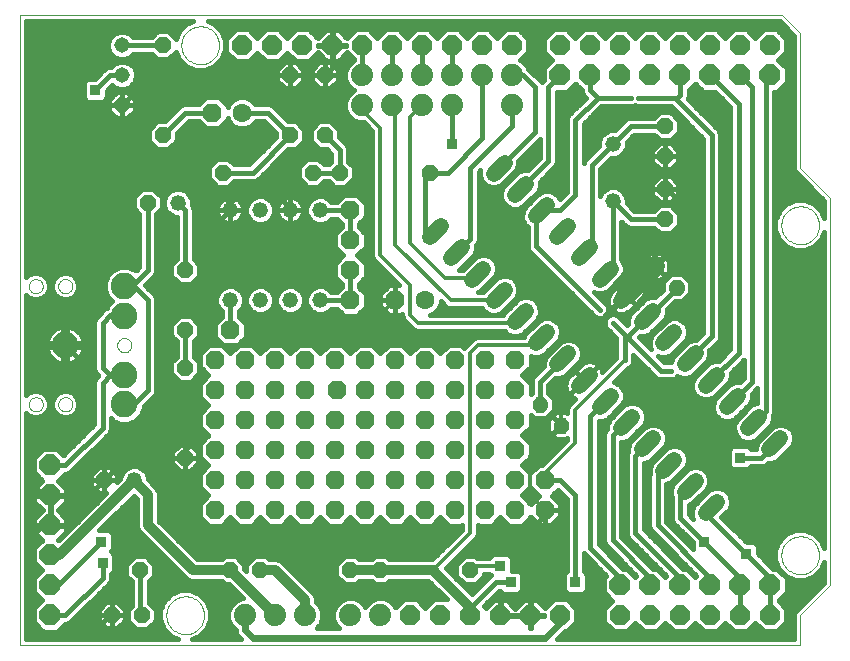
<source format=gbl>
G75*
G70*
%OFA0B0*%
%FSLAX24Y24*%
%IPPOS*%
%LPD*%
%AMOC8*
5,1,8,0,0,1.08239X$1,22.5*
%
%ADD10C,0.0000*%
%ADD11C,0.0520*%
%ADD12OC8,0.0520*%
%ADD13OC8,0.0630*%
%ADD14C,0.0630*%
%ADD15OC8,0.0660*%
%ADD16C,0.0104*%
%ADD17OC8,0.0700*%
%ADD18OC8,0.0515*%
%ADD19C,0.0515*%
%ADD20C,0.0740*%
%ADD21C,0.0886*%
%ADD22C,0.0520*%
%ADD23C,0.0160*%
%ADD24C,0.0320*%
%ADD25R,0.0356X0.0356*%
%ADD26C,0.0121*%
%ADD27C,0.0240*%
%ADD28C,0.0660*%
%ADD29C,0.0120*%
D10*
X001199Y000500D02*
X001199Y021496D01*
X026599Y021501D01*
X027199Y020900D01*
X027199Y016400D01*
X028199Y015400D01*
X028199Y002500D01*
X027199Y001500D01*
X027199Y000500D01*
X001199Y000500D01*
X006069Y001500D02*
X006071Y001550D01*
X006077Y001600D01*
X006087Y001649D01*
X006101Y001697D01*
X006118Y001744D01*
X006139Y001789D01*
X006164Y001833D01*
X006192Y001874D01*
X006224Y001913D01*
X006258Y001950D01*
X006295Y001984D01*
X006335Y002014D01*
X006377Y002041D01*
X006421Y002065D01*
X006467Y002086D01*
X006514Y002102D01*
X006562Y002115D01*
X006612Y002124D01*
X006661Y002129D01*
X006712Y002130D01*
X006762Y002127D01*
X006811Y002120D01*
X006860Y002109D01*
X006908Y002094D01*
X006954Y002076D01*
X006999Y002054D01*
X007042Y002028D01*
X007083Y001999D01*
X007122Y001967D01*
X007158Y001932D01*
X007190Y001894D01*
X007220Y001854D01*
X007247Y001811D01*
X007270Y001767D01*
X007289Y001721D01*
X007305Y001673D01*
X007317Y001624D01*
X007325Y001575D01*
X007329Y001525D01*
X007329Y001475D01*
X007325Y001425D01*
X007317Y001376D01*
X007305Y001327D01*
X007289Y001279D01*
X007270Y001233D01*
X007247Y001189D01*
X007220Y001146D01*
X007190Y001106D01*
X007158Y001068D01*
X007122Y001033D01*
X007083Y001001D01*
X007042Y000972D01*
X006999Y000946D01*
X006954Y000924D01*
X006908Y000906D01*
X006860Y000891D01*
X006811Y000880D01*
X006762Y000873D01*
X006712Y000870D01*
X006661Y000871D01*
X006612Y000876D01*
X006562Y000885D01*
X006514Y000898D01*
X006467Y000914D01*
X006421Y000935D01*
X006377Y000959D01*
X006335Y000986D01*
X006295Y001016D01*
X006258Y001050D01*
X006224Y001087D01*
X006192Y001126D01*
X006164Y001167D01*
X006139Y001211D01*
X006118Y001256D01*
X006101Y001303D01*
X006087Y001351D01*
X006077Y001400D01*
X006071Y001450D01*
X006069Y001500D01*
X002463Y008531D02*
X002465Y008561D01*
X002471Y008591D01*
X002480Y008620D01*
X002493Y008647D01*
X002510Y008672D01*
X002529Y008695D01*
X002552Y008716D01*
X002577Y008733D01*
X002603Y008747D01*
X002632Y008757D01*
X002661Y008764D01*
X002691Y008767D01*
X002722Y008766D01*
X002752Y008761D01*
X002781Y008752D01*
X002808Y008740D01*
X002834Y008725D01*
X002858Y008706D01*
X002879Y008684D01*
X002897Y008660D01*
X002912Y008633D01*
X002923Y008605D01*
X002931Y008576D01*
X002935Y008546D01*
X002935Y008516D01*
X002931Y008486D01*
X002923Y008457D01*
X002912Y008429D01*
X002897Y008402D01*
X002879Y008378D01*
X002858Y008356D01*
X002834Y008337D01*
X002808Y008322D01*
X002781Y008310D01*
X002752Y008301D01*
X002722Y008296D01*
X002691Y008295D01*
X002661Y008298D01*
X002632Y008305D01*
X002603Y008315D01*
X002577Y008329D01*
X002552Y008346D01*
X002529Y008367D01*
X002510Y008390D01*
X002493Y008415D01*
X002480Y008442D01*
X002471Y008471D01*
X002465Y008501D01*
X002463Y008531D01*
X001479Y008531D02*
X001481Y008561D01*
X001487Y008591D01*
X001496Y008620D01*
X001509Y008647D01*
X001526Y008672D01*
X001545Y008695D01*
X001568Y008716D01*
X001593Y008733D01*
X001619Y008747D01*
X001648Y008757D01*
X001677Y008764D01*
X001707Y008767D01*
X001738Y008766D01*
X001768Y008761D01*
X001797Y008752D01*
X001824Y008740D01*
X001850Y008725D01*
X001874Y008706D01*
X001895Y008684D01*
X001913Y008660D01*
X001928Y008633D01*
X001939Y008605D01*
X001947Y008576D01*
X001951Y008546D01*
X001951Y008516D01*
X001947Y008486D01*
X001939Y008457D01*
X001928Y008429D01*
X001913Y008402D01*
X001895Y008378D01*
X001874Y008356D01*
X001850Y008337D01*
X001824Y008322D01*
X001797Y008310D01*
X001768Y008301D01*
X001738Y008296D01*
X001707Y008295D01*
X001677Y008298D01*
X001648Y008305D01*
X001619Y008315D01*
X001593Y008329D01*
X001568Y008346D01*
X001545Y008367D01*
X001526Y008390D01*
X001509Y008415D01*
X001496Y008442D01*
X001487Y008471D01*
X001481Y008501D01*
X001479Y008531D01*
X004432Y010500D02*
X004434Y010530D01*
X004440Y010560D01*
X004449Y010589D01*
X004462Y010616D01*
X004479Y010641D01*
X004498Y010664D01*
X004521Y010685D01*
X004546Y010702D01*
X004572Y010716D01*
X004601Y010726D01*
X004630Y010733D01*
X004660Y010736D01*
X004691Y010735D01*
X004721Y010730D01*
X004750Y010721D01*
X004777Y010709D01*
X004803Y010694D01*
X004827Y010675D01*
X004848Y010653D01*
X004866Y010629D01*
X004881Y010602D01*
X004892Y010574D01*
X004900Y010545D01*
X004904Y010515D01*
X004904Y010485D01*
X004900Y010455D01*
X004892Y010426D01*
X004881Y010398D01*
X004866Y010371D01*
X004848Y010347D01*
X004827Y010325D01*
X004803Y010306D01*
X004777Y010291D01*
X004750Y010279D01*
X004721Y010270D01*
X004691Y010265D01*
X004660Y010264D01*
X004630Y010267D01*
X004601Y010274D01*
X004572Y010284D01*
X004546Y010298D01*
X004521Y010315D01*
X004498Y010336D01*
X004479Y010359D01*
X004462Y010384D01*
X004449Y010411D01*
X004440Y010440D01*
X004434Y010470D01*
X004432Y010500D01*
X002463Y012469D02*
X002465Y012499D01*
X002471Y012529D01*
X002480Y012558D01*
X002493Y012585D01*
X002510Y012610D01*
X002529Y012633D01*
X002552Y012654D01*
X002577Y012671D01*
X002603Y012685D01*
X002632Y012695D01*
X002661Y012702D01*
X002691Y012705D01*
X002722Y012704D01*
X002752Y012699D01*
X002781Y012690D01*
X002808Y012678D01*
X002834Y012663D01*
X002858Y012644D01*
X002879Y012622D01*
X002897Y012598D01*
X002912Y012571D01*
X002923Y012543D01*
X002931Y012514D01*
X002935Y012484D01*
X002935Y012454D01*
X002931Y012424D01*
X002923Y012395D01*
X002912Y012367D01*
X002897Y012340D01*
X002879Y012316D01*
X002858Y012294D01*
X002834Y012275D01*
X002808Y012260D01*
X002781Y012248D01*
X002752Y012239D01*
X002722Y012234D01*
X002691Y012233D01*
X002661Y012236D01*
X002632Y012243D01*
X002603Y012253D01*
X002577Y012267D01*
X002552Y012284D01*
X002529Y012305D01*
X002510Y012328D01*
X002493Y012353D01*
X002480Y012380D01*
X002471Y012409D01*
X002465Y012439D01*
X002463Y012469D01*
X001479Y012469D02*
X001481Y012499D01*
X001487Y012529D01*
X001496Y012558D01*
X001509Y012585D01*
X001526Y012610D01*
X001545Y012633D01*
X001568Y012654D01*
X001593Y012671D01*
X001619Y012685D01*
X001648Y012695D01*
X001677Y012702D01*
X001707Y012705D01*
X001738Y012704D01*
X001768Y012699D01*
X001797Y012690D01*
X001824Y012678D01*
X001850Y012663D01*
X001874Y012644D01*
X001895Y012622D01*
X001913Y012598D01*
X001928Y012571D01*
X001939Y012543D01*
X001947Y012514D01*
X001951Y012484D01*
X001951Y012454D01*
X001947Y012424D01*
X001939Y012395D01*
X001928Y012367D01*
X001913Y012340D01*
X001895Y012316D01*
X001874Y012294D01*
X001850Y012275D01*
X001824Y012260D01*
X001797Y012248D01*
X001768Y012239D01*
X001738Y012234D01*
X001707Y012233D01*
X001677Y012236D01*
X001648Y012243D01*
X001619Y012253D01*
X001593Y012267D01*
X001568Y012284D01*
X001545Y012305D01*
X001526Y012328D01*
X001509Y012353D01*
X001496Y012380D01*
X001487Y012409D01*
X001481Y012439D01*
X001479Y012469D01*
X006569Y020500D02*
X006571Y020550D01*
X006577Y020600D01*
X006587Y020649D01*
X006601Y020697D01*
X006618Y020744D01*
X006639Y020789D01*
X006664Y020833D01*
X006692Y020874D01*
X006724Y020913D01*
X006758Y020950D01*
X006795Y020984D01*
X006835Y021014D01*
X006877Y021041D01*
X006921Y021065D01*
X006967Y021086D01*
X007014Y021102D01*
X007062Y021115D01*
X007112Y021124D01*
X007161Y021129D01*
X007212Y021130D01*
X007262Y021127D01*
X007311Y021120D01*
X007360Y021109D01*
X007408Y021094D01*
X007454Y021076D01*
X007499Y021054D01*
X007542Y021028D01*
X007583Y020999D01*
X007622Y020967D01*
X007658Y020932D01*
X007690Y020894D01*
X007720Y020854D01*
X007747Y020811D01*
X007770Y020767D01*
X007789Y020721D01*
X007805Y020673D01*
X007817Y020624D01*
X007825Y020575D01*
X007829Y020525D01*
X007829Y020475D01*
X007825Y020425D01*
X007817Y020376D01*
X007805Y020327D01*
X007789Y020279D01*
X007770Y020233D01*
X007747Y020189D01*
X007720Y020146D01*
X007690Y020106D01*
X007658Y020068D01*
X007622Y020033D01*
X007583Y020001D01*
X007542Y019972D01*
X007499Y019946D01*
X007454Y019924D01*
X007408Y019906D01*
X007360Y019891D01*
X007311Y019880D01*
X007262Y019873D01*
X007212Y019870D01*
X007161Y019871D01*
X007112Y019876D01*
X007062Y019885D01*
X007014Y019898D01*
X006967Y019914D01*
X006921Y019935D01*
X006877Y019959D01*
X006835Y019986D01*
X006795Y020016D01*
X006758Y020050D01*
X006724Y020087D01*
X006692Y020126D01*
X006664Y020167D01*
X006639Y020211D01*
X006618Y020256D01*
X006601Y020303D01*
X006587Y020351D01*
X006577Y020400D01*
X006571Y020450D01*
X006569Y020500D01*
X026569Y014500D02*
X026571Y014550D01*
X026577Y014600D01*
X026587Y014649D01*
X026601Y014697D01*
X026618Y014744D01*
X026639Y014789D01*
X026664Y014833D01*
X026692Y014874D01*
X026724Y014913D01*
X026758Y014950D01*
X026795Y014984D01*
X026835Y015014D01*
X026877Y015041D01*
X026921Y015065D01*
X026967Y015086D01*
X027014Y015102D01*
X027062Y015115D01*
X027112Y015124D01*
X027161Y015129D01*
X027212Y015130D01*
X027262Y015127D01*
X027311Y015120D01*
X027360Y015109D01*
X027408Y015094D01*
X027454Y015076D01*
X027499Y015054D01*
X027542Y015028D01*
X027583Y014999D01*
X027622Y014967D01*
X027658Y014932D01*
X027690Y014894D01*
X027720Y014854D01*
X027747Y014811D01*
X027770Y014767D01*
X027789Y014721D01*
X027805Y014673D01*
X027817Y014624D01*
X027825Y014575D01*
X027829Y014525D01*
X027829Y014475D01*
X027825Y014425D01*
X027817Y014376D01*
X027805Y014327D01*
X027789Y014279D01*
X027770Y014233D01*
X027747Y014189D01*
X027720Y014146D01*
X027690Y014106D01*
X027658Y014068D01*
X027622Y014033D01*
X027583Y014001D01*
X027542Y013972D01*
X027499Y013946D01*
X027454Y013924D01*
X027408Y013906D01*
X027360Y013891D01*
X027311Y013880D01*
X027262Y013873D01*
X027212Y013870D01*
X027161Y013871D01*
X027112Y013876D01*
X027062Y013885D01*
X027014Y013898D01*
X026967Y013914D01*
X026921Y013935D01*
X026877Y013959D01*
X026835Y013986D01*
X026795Y014016D01*
X026758Y014050D01*
X026724Y014087D01*
X026692Y014126D01*
X026664Y014167D01*
X026639Y014211D01*
X026618Y014256D01*
X026601Y014303D01*
X026587Y014351D01*
X026577Y014400D01*
X026571Y014450D01*
X026569Y014500D01*
X026569Y003500D02*
X026571Y003550D01*
X026577Y003600D01*
X026587Y003649D01*
X026601Y003697D01*
X026618Y003744D01*
X026639Y003789D01*
X026664Y003833D01*
X026692Y003874D01*
X026724Y003913D01*
X026758Y003950D01*
X026795Y003984D01*
X026835Y004014D01*
X026877Y004041D01*
X026921Y004065D01*
X026967Y004086D01*
X027014Y004102D01*
X027062Y004115D01*
X027112Y004124D01*
X027161Y004129D01*
X027212Y004130D01*
X027262Y004127D01*
X027311Y004120D01*
X027360Y004109D01*
X027408Y004094D01*
X027454Y004076D01*
X027499Y004054D01*
X027542Y004028D01*
X027583Y003999D01*
X027622Y003967D01*
X027658Y003932D01*
X027690Y003894D01*
X027720Y003854D01*
X027747Y003811D01*
X027770Y003767D01*
X027789Y003721D01*
X027805Y003673D01*
X027817Y003624D01*
X027825Y003575D01*
X027829Y003525D01*
X027829Y003475D01*
X027825Y003425D01*
X027817Y003376D01*
X027805Y003327D01*
X027789Y003279D01*
X027770Y003233D01*
X027747Y003189D01*
X027720Y003146D01*
X027690Y003106D01*
X027658Y003068D01*
X027622Y003033D01*
X027583Y003001D01*
X027542Y002972D01*
X027499Y002946D01*
X027454Y002924D01*
X027408Y002906D01*
X027360Y002891D01*
X027311Y002880D01*
X027262Y002873D01*
X027212Y002870D01*
X027161Y002871D01*
X027112Y002876D01*
X027062Y002885D01*
X027014Y002898D01*
X026967Y002914D01*
X026921Y002935D01*
X026877Y002959D01*
X026835Y002986D01*
X026795Y003016D01*
X026758Y003050D01*
X026724Y003087D01*
X026692Y003126D01*
X026664Y003167D01*
X026639Y003211D01*
X026618Y003256D01*
X026601Y003303D01*
X026587Y003351D01*
X026577Y003400D01*
X026571Y003450D01*
X026569Y003500D01*
D11*
X020949Y015300D03*
X020949Y017200D03*
X011199Y015000D03*
X010199Y015000D03*
X009199Y015000D03*
X008199Y015000D03*
X006449Y015250D03*
X008199Y012000D03*
X009199Y012000D03*
X010199Y012000D03*
X011199Y012000D03*
X004999Y006000D03*
D12*
X003999Y006000D03*
X006699Y006750D03*
X006699Y009750D03*
X006699Y011000D03*
X006699Y013000D03*
X005449Y015250D03*
X007949Y016250D03*
X010199Y017500D03*
X011349Y017500D03*
X010949Y016250D03*
X011849Y016250D03*
X014849Y016250D03*
X011349Y019500D03*
X010199Y019500D03*
X005949Y020500D03*
X005949Y017500D03*
X022699Y017800D03*
X022699Y016800D03*
X022699Y015700D03*
X022699Y014700D03*
X016199Y003000D03*
X013199Y003000D03*
X012199Y003000D03*
X009199Y003000D03*
X008199Y003000D03*
X005199Y003000D03*
X005249Y001500D03*
X004249Y001500D03*
D13*
X007699Y005000D03*
X008699Y005000D03*
X008699Y006000D03*
X007699Y006000D03*
X007699Y007000D03*
X008699Y007000D03*
X008699Y008000D03*
X007699Y008000D03*
X007699Y009000D03*
X008699Y009000D03*
X009699Y009000D03*
X010699Y009000D03*
X011749Y009000D03*
X012699Y009000D03*
X013699Y009000D03*
X014699Y009000D03*
X015699Y009000D03*
X016699Y009000D03*
X017699Y009000D03*
X017699Y008000D03*
X016699Y008000D03*
X015699Y008000D03*
X014699Y008000D03*
X013699Y008000D03*
X012699Y008000D03*
X011699Y008000D03*
X010699Y008000D03*
X009699Y008000D03*
X009699Y007000D03*
X010699Y007000D03*
X011699Y007000D03*
X012699Y007000D03*
X013699Y007000D03*
X014699Y007000D03*
X015699Y007000D03*
X016699Y007000D03*
X017699Y007000D03*
X017699Y006000D03*
X018699Y006000D03*
X018699Y005000D03*
X017699Y005000D03*
X016699Y005000D03*
X015699Y005000D03*
X014699Y005000D03*
X013699Y005000D03*
X012699Y005000D03*
X011699Y005000D03*
X010699Y005000D03*
X009699Y005000D03*
X009699Y006000D03*
X010699Y006000D03*
X011699Y006000D03*
X012699Y006000D03*
X013699Y006000D03*
X014699Y006000D03*
X015699Y006000D03*
X016699Y006000D03*
X016699Y010000D03*
X015699Y010000D03*
X014699Y010000D03*
X013699Y010000D03*
X012699Y010000D03*
X011699Y010000D03*
X010699Y010000D03*
X009699Y010000D03*
X008699Y010000D03*
X007699Y010000D03*
X008199Y011000D03*
X012199Y012000D03*
X012199Y013000D03*
X012199Y014000D03*
X012199Y015000D03*
X013699Y012000D03*
X017699Y010000D03*
X007599Y018250D03*
D14*
X008599Y018250D03*
X014699Y012000D03*
D15*
X014599Y020500D03*
X015599Y020500D03*
X016599Y020500D03*
X017599Y020500D03*
X019199Y020500D03*
X020199Y020500D03*
X021199Y020500D03*
X022199Y020500D03*
X023199Y020500D03*
X024199Y020500D03*
X025199Y020500D03*
X026199Y020500D03*
X013599Y020500D03*
X012599Y020500D03*
X011599Y020500D03*
X010599Y020500D03*
X009599Y020500D03*
X008599Y020500D03*
X014199Y001500D03*
X015199Y001500D03*
X016199Y001500D03*
X017199Y001500D03*
X018199Y001500D03*
X019199Y001500D03*
X021199Y001500D03*
X022199Y001500D03*
X023199Y001500D03*
X024199Y001500D03*
X025199Y001500D03*
X026199Y001500D03*
D16*
X019262Y007666D02*
X019314Y007614D01*
X019142Y007614D01*
X019021Y007735D01*
X019021Y007907D01*
X019142Y008028D01*
X019314Y008028D01*
X019435Y007907D01*
X019435Y007735D01*
X019314Y007614D01*
X019282Y007692D01*
X019174Y007692D01*
X019099Y007767D01*
X019099Y007875D01*
X019174Y007950D01*
X019282Y007950D01*
X019357Y007875D01*
X019357Y007767D01*
X019282Y007692D01*
X019249Y007770D01*
X019207Y007770D01*
X019177Y007800D01*
X019177Y007842D01*
X019207Y007872D01*
X019249Y007872D01*
X019279Y007842D01*
X019279Y007800D01*
X019249Y007770D01*
X018555Y008374D02*
X018607Y008322D01*
X018435Y008322D01*
X018314Y008443D01*
X018314Y008615D01*
X018435Y008736D01*
X018607Y008736D01*
X018728Y008615D01*
X018728Y008443D01*
X018607Y008322D01*
X018575Y008400D01*
X018467Y008400D01*
X018392Y008475D01*
X018392Y008583D01*
X018467Y008658D01*
X018575Y008658D01*
X018650Y008583D01*
X018650Y008475D01*
X018575Y008400D01*
X018542Y008478D01*
X018500Y008478D01*
X018470Y008508D01*
X018470Y008550D01*
X018500Y008580D01*
X018542Y008580D01*
X018572Y008550D01*
X018572Y008508D01*
X018542Y008478D01*
X023044Y012576D02*
X022992Y012628D01*
X023164Y012628D01*
X023285Y012507D01*
X023285Y012335D01*
X023164Y012214D01*
X022992Y012214D01*
X022871Y012335D01*
X022871Y012507D01*
X022992Y012628D01*
X023024Y012550D01*
X023132Y012550D01*
X023207Y012475D01*
X023207Y012367D01*
X023132Y012292D01*
X023024Y012292D01*
X022949Y012367D01*
X022949Y012475D01*
X023024Y012550D01*
X023057Y012472D01*
X023099Y012472D01*
X023129Y012442D01*
X023129Y012400D01*
X023099Y012370D01*
X023057Y012370D01*
X023027Y012400D01*
X023027Y012442D01*
X023057Y012472D01*
X022337Y013284D02*
X022285Y013336D01*
X022457Y013336D01*
X022578Y013215D01*
X022578Y013043D01*
X022457Y012922D01*
X022285Y012922D01*
X022164Y013043D01*
X022164Y013215D01*
X022285Y013336D01*
X022317Y013258D01*
X022425Y013258D01*
X022500Y013183D01*
X022500Y013075D01*
X022425Y013000D01*
X022317Y013000D01*
X022242Y013075D01*
X022242Y013183D01*
X022317Y013258D01*
X022350Y013180D01*
X022392Y013180D01*
X022422Y013150D01*
X022422Y013108D01*
X022392Y013078D01*
X022350Y013078D01*
X022320Y013108D01*
X022320Y013150D01*
X022350Y013180D01*
D17*
X022199Y019500D03*
X023199Y019500D03*
X024199Y019500D03*
X025199Y019500D03*
X026199Y019500D03*
X021199Y019500D03*
X020199Y019500D03*
X019199Y019500D03*
X002199Y006500D03*
X002199Y005500D03*
X002199Y004500D03*
X002199Y003500D03*
X002199Y002500D03*
X002199Y001500D03*
X021199Y002500D03*
X022199Y002500D03*
X023199Y002500D03*
X024199Y002500D03*
X025199Y002500D03*
X026199Y002500D03*
D18*
X004587Y018500D03*
D19*
X004587Y019500D03*
X004587Y020500D03*
D20*
X012599Y019500D03*
X013599Y019500D03*
X013599Y018500D03*
X012599Y018500D03*
X014599Y018500D03*
X015599Y018500D03*
X015599Y019500D03*
X014599Y019500D03*
X016599Y019500D03*
X017599Y019500D03*
X017599Y018500D03*
X013199Y001500D03*
X012199Y001500D03*
X010699Y001500D03*
X009699Y001500D03*
X008699Y001500D03*
D21*
X004668Y008531D03*
X004668Y009516D03*
X002699Y010500D03*
X004668Y011484D03*
X004668Y012469D03*
D22*
X014858Y014102D02*
X015226Y014469D01*
X015933Y013762D02*
X015565Y013395D01*
X016273Y012687D02*
X016640Y013055D01*
X017347Y012348D02*
X016980Y011980D01*
X017687Y011273D02*
X018054Y011641D01*
X018762Y010934D02*
X018394Y010566D01*
X019101Y009859D02*
X019469Y010227D01*
X020176Y009520D02*
X019808Y009152D01*
X020515Y008445D02*
X020883Y008813D01*
X021590Y008105D02*
X021222Y007738D01*
X021929Y007031D02*
X022297Y007398D01*
X023004Y006691D02*
X022637Y006324D01*
X023344Y005616D02*
X023711Y005984D01*
X024418Y005277D02*
X024051Y004909D01*
X026172Y007031D02*
X026540Y007398D01*
X025833Y008105D02*
X025465Y007738D01*
X024758Y008445D02*
X025126Y008813D01*
X024418Y009520D02*
X024051Y009152D01*
X023344Y009859D02*
X023711Y010227D01*
X023004Y010934D02*
X022637Y010566D01*
X021929Y011273D02*
X022297Y011641D01*
X021590Y012348D02*
X021222Y011980D01*
X020515Y012687D02*
X020883Y013055D01*
X020176Y013762D02*
X019808Y013395D01*
X019101Y014102D02*
X019469Y014469D01*
X018762Y015176D02*
X018394Y014809D01*
X017687Y015516D02*
X018054Y015884D01*
X017347Y016591D02*
X016980Y016223D01*
D23*
X017164Y016407D02*
X018349Y017592D01*
X018349Y019100D01*
X017949Y019500D01*
X017599Y019500D01*
X018125Y019720D02*
X018082Y019823D01*
X017922Y019983D01*
X017858Y020010D01*
X018129Y020280D01*
X018129Y020720D01*
X017819Y021030D01*
X017380Y021030D01*
X017099Y020750D01*
X016819Y021030D01*
X016380Y021030D01*
X016099Y020750D01*
X015819Y021030D01*
X015380Y021030D01*
X015099Y020750D01*
X014819Y021030D01*
X014380Y021030D01*
X014099Y020750D01*
X013819Y021030D01*
X013380Y021030D01*
X013099Y020750D01*
X012819Y021030D01*
X012380Y021030D01*
X012085Y020735D01*
X011810Y021010D01*
X011617Y021010D01*
X011617Y020518D01*
X012069Y020518D01*
X012069Y020482D01*
X011617Y020482D01*
X011617Y019990D01*
X011810Y019990D01*
X012085Y020265D01*
X012319Y020030D01*
X012319Y020001D01*
X012276Y019983D01*
X012116Y019823D01*
X012029Y019613D01*
X012029Y019387D01*
X012116Y019177D01*
X012276Y019017D01*
X012317Y019000D01*
X012276Y018983D01*
X012116Y018823D01*
X012029Y018613D01*
X012029Y018387D01*
X012116Y018177D01*
X012276Y018017D01*
X012486Y017930D01*
X012650Y017930D01*
X012938Y017642D01*
X012938Y013448D01*
X012978Y013352D01*
X013051Y013279D01*
X013835Y012495D01*
X013699Y012495D01*
X013494Y012495D01*
X013204Y012205D01*
X013204Y012000D01*
X013204Y011795D01*
X013494Y011505D01*
X013699Y011505D01*
X013699Y012000D01*
X013204Y012000D01*
X013699Y012000D01*
X013699Y012000D01*
X013699Y012000D01*
X013699Y012495D01*
X013699Y012000D01*
X013699Y012000D01*
X013699Y011505D01*
X013904Y011505D01*
X013938Y011539D01*
X013938Y011448D01*
X013978Y011352D01*
X014051Y011279D01*
X014301Y011029D01*
X014397Y010989D01*
X017320Y010989D01*
X017426Y010883D01*
X017595Y010813D01*
X017778Y010813D01*
X017947Y010883D01*
X018444Y011380D01*
X018514Y011549D01*
X018514Y011732D01*
X018444Y011902D01*
X018315Y012031D01*
X018146Y012101D01*
X017963Y012101D01*
X017794Y012031D01*
X017297Y011534D01*
X017287Y011511D01*
X014863Y011511D01*
X014991Y011563D01*
X015136Y011708D01*
X015214Y011898D01*
X015214Y011966D01*
X015401Y011779D01*
X015497Y011739D01*
X016582Y011739D01*
X016590Y011720D01*
X016719Y011590D01*
X016888Y011520D01*
X017071Y011520D01*
X017240Y011590D01*
X017737Y012087D01*
X017807Y012257D01*
X017807Y012440D01*
X017737Y012609D01*
X017608Y012738D01*
X017439Y012808D01*
X017256Y012808D01*
X017087Y012738D01*
X016609Y012261D01*
X016444Y012261D01*
X016533Y012298D01*
X017030Y012795D01*
X017100Y012964D01*
X017100Y013147D01*
X017030Y013316D01*
X016901Y013445D01*
X016732Y013515D01*
X016549Y013515D01*
X016380Y013445D01*
X015945Y013011D01*
X015832Y013011D01*
X016323Y013502D01*
X016393Y013671D01*
X016393Y013826D01*
X016436Y013870D01*
X016479Y013972D01*
X016479Y016284D01*
X016527Y016332D01*
X016520Y016315D01*
X016520Y016132D01*
X016590Y015962D01*
X016719Y015833D01*
X016888Y015763D01*
X017071Y015763D01*
X017240Y015833D01*
X017737Y016330D01*
X017807Y016499D01*
X017807Y016655D01*
X018519Y017366D01*
X018519Y016744D01*
X018118Y016344D01*
X017963Y016344D01*
X017794Y016274D01*
X017297Y015776D01*
X017227Y015607D01*
X017227Y015424D01*
X017297Y015255D01*
X017426Y015126D01*
X017595Y015056D01*
X017778Y015056D01*
X017947Y015126D01*
X018444Y015623D01*
X018514Y015792D01*
X018514Y015948D01*
X019036Y016470D01*
X019079Y016572D01*
X019079Y018950D01*
X019427Y018950D01*
X019699Y019222D01*
X019919Y019002D01*
X019919Y018944D01*
X019962Y018841D01*
X020053Y018750D01*
X019540Y018237D01*
X019462Y018159D01*
X019419Y018056D01*
X019419Y015616D01*
X019177Y015374D01*
X019152Y015437D01*
X019022Y015566D01*
X018853Y015636D01*
X018670Y015636D01*
X018501Y015566D01*
X018004Y015069D01*
X017934Y014900D01*
X017934Y014717D01*
X018004Y014548D01*
X018119Y014433D01*
X018119Y013744D01*
X018162Y013641D01*
X020360Y011443D01*
X020463Y011400D01*
X020575Y011400D01*
X020678Y011443D01*
X020756Y011521D01*
X020799Y011624D01*
X020799Y011736D01*
X020756Y011839D01*
X020328Y012267D01*
X020424Y012227D01*
X020607Y012227D01*
X020776Y012298D01*
X021273Y012795D01*
X021343Y012964D01*
X021343Y013147D01*
X021273Y013316D01*
X021229Y013360D01*
X021229Y014624D01*
X021390Y014463D01*
X021493Y014420D01*
X022329Y014420D01*
X022509Y014240D01*
X022890Y014240D01*
X023159Y014509D01*
X023159Y014891D01*
X022890Y015160D01*
X022509Y015160D01*
X022329Y014980D01*
X021665Y014980D01*
X021409Y015236D01*
X021409Y015391D01*
X021339Y015561D01*
X021210Y015690D01*
X021041Y015760D01*
X020858Y015760D01*
X020688Y015690D01*
X020559Y015561D01*
X020529Y015488D01*
X020529Y016384D01*
X020885Y016740D01*
X021041Y016740D01*
X021210Y016810D01*
X021339Y016939D01*
X021409Y017108D01*
X021409Y017264D01*
X021665Y017520D01*
X022329Y017520D01*
X022509Y017340D01*
X022890Y017340D01*
X023159Y017609D01*
X023159Y017991D01*
X022890Y018260D01*
X022509Y018260D01*
X022329Y018080D01*
X021493Y018080D01*
X021390Y018037D01*
X021013Y017660D01*
X020858Y017660D01*
X020688Y017590D01*
X020559Y017461D01*
X020489Y017291D01*
X020489Y017136D01*
X020090Y016737D01*
X020012Y016659D01*
X019979Y016580D01*
X019979Y017884D01*
X020565Y018470D01*
X021605Y018470D01*
X021674Y018499D01*
X021743Y018470D01*
X022883Y018470D01*
X022890Y018463D01*
X023969Y017384D01*
X023969Y010916D01*
X023740Y010687D01*
X023620Y010687D01*
X023451Y010617D01*
X022954Y010120D01*
X022884Y009951D01*
X022884Y009930D01*
X022665Y009930D01*
X022449Y010146D01*
X022545Y010106D01*
X022728Y010106D01*
X022897Y010176D01*
X023394Y010673D01*
X023464Y010842D01*
X023464Y011025D01*
X023394Y011194D01*
X023265Y011324D01*
X023096Y011394D01*
X022913Y011394D01*
X022744Y011324D01*
X022247Y010827D01*
X022177Y010658D01*
X022177Y010475D01*
X022216Y010379D01*
X021824Y010771D01*
X021865Y010813D01*
X022021Y010813D01*
X022190Y010883D01*
X022687Y011380D01*
X022757Y011549D01*
X022757Y011705D01*
X023014Y011961D01*
X023268Y011961D01*
X023538Y012231D01*
X023538Y012612D01*
X023268Y012881D01*
X022887Y012881D01*
X022618Y012612D01*
X022618Y012357D01*
X022361Y012101D01*
X022206Y012101D01*
X022037Y012031D01*
X021539Y011534D01*
X021469Y011365D01*
X021469Y011209D01*
X021428Y011167D01*
X021108Y011487D01*
X021005Y011530D01*
X020893Y011530D01*
X020790Y011487D01*
X020712Y011409D01*
X020669Y011306D01*
X020669Y011194D01*
X020712Y011091D01*
X021069Y010734D01*
X021069Y010089D01*
X020605Y009624D01*
X020584Y009689D01*
X020552Y009750D01*
X020511Y009806D01*
X020487Y009831D01*
X020462Y009855D01*
X020406Y009896D01*
X020345Y009927D01*
X020279Y009949D01*
X020210Y009960D01*
X020141Y009960D01*
X020073Y009949D01*
X020007Y009927D01*
X019945Y009896D01*
X019889Y009855D01*
X019681Y009647D01*
X019992Y009336D01*
X020487Y009831D01*
X019992Y009336D01*
X019992Y009336D01*
X019992Y009336D01*
X020699Y010043D01*
X020699Y011500D01*
X021363Y012164D01*
X021406Y012164D01*
X020911Y011669D01*
X020936Y011645D01*
X020992Y011604D01*
X021053Y011573D01*
X021119Y011551D01*
X021188Y011540D01*
X021257Y011540D01*
X021325Y011551D01*
X021391Y011573D01*
X021453Y011604D01*
X021509Y011645D01*
X021717Y011853D01*
X021406Y012164D01*
X021406Y012164D01*
X020911Y011669D01*
X020887Y011694D01*
X020846Y011750D01*
X020815Y011811D01*
X020793Y011877D01*
X020782Y011946D01*
X020782Y012015D01*
X020793Y012083D01*
X020815Y012149D01*
X020846Y012211D01*
X020887Y012267D01*
X021095Y012475D01*
X021406Y012164D01*
X021406Y012164D01*
X021406Y012164D01*
X021717Y011853D01*
X021926Y012061D01*
X021966Y012117D01*
X021998Y012179D01*
X022019Y012245D01*
X022030Y012313D01*
X022030Y012383D01*
X022019Y012451D01*
X021998Y012517D01*
X021966Y012579D01*
X021926Y012635D01*
X021901Y012659D01*
X021406Y012164D01*
X021095Y012475D01*
X021303Y012684D01*
X021359Y012724D01*
X021421Y012756D01*
X021487Y012777D01*
X021555Y012788D01*
X021625Y012788D01*
X021693Y012777D01*
X021759Y012756D01*
X021821Y012724D01*
X021877Y012684D01*
X021901Y012659D01*
X021406Y012164D01*
X021406Y012164D01*
X021341Y012229D02*
X021341Y012229D01*
X021471Y012229D02*
X021471Y012229D01*
X021500Y012071D02*
X021500Y012071D01*
X021312Y012071D02*
X021312Y012071D01*
X021154Y011912D02*
X021154Y011912D01*
X020995Y011754D02*
X020995Y011754D01*
X020844Y011754D02*
X020792Y011754D01*
X020788Y011912D02*
X020683Y011912D01*
X020791Y012071D02*
X020525Y012071D01*
X020610Y012229D02*
X020859Y012229D01*
X020866Y012388D02*
X021007Y012388D01*
X021024Y012546D02*
X021166Y012546D01*
X021183Y012388D02*
X021183Y012388D01*
X021183Y012705D02*
X021332Y012705D01*
X021301Y012863D02*
X022014Y012863D01*
X022059Y012817D02*
X021931Y012946D01*
X021931Y013311D01*
X022059Y013440D01*
X022370Y013129D01*
X022370Y013129D01*
X022059Y013440D01*
X022188Y013569D01*
X022553Y013569D01*
X022682Y013440D01*
X022371Y013129D01*
X022682Y013440D01*
X022810Y013311D01*
X022810Y012946D01*
X022682Y012817D01*
X022371Y013129D01*
X022371Y013129D01*
X022682Y012817D01*
X022553Y012689D01*
X022188Y012689D01*
X022059Y012817D01*
X022370Y013129D01*
X022370Y013129D01*
X022059Y012817D01*
X022105Y012863D02*
X022105Y012863D01*
X022172Y012705D02*
X021848Y012705D01*
X021788Y012546D02*
X021788Y012546D01*
X021983Y012546D02*
X022618Y012546D01*
X022618Y012388D02*
X022029Y012388D01*
X022014Y012229D02*
X022489Y012229D01*
X022132Y012071D02*
X021932Y012071D01*
X021918Y011912D02*
X021776Y011912D01*
X021658Y011912D02*
X021658Y011912D01*
X021618Y011754D02*
X021759Y011754D01*
X021601Y011595D02*
X021435Y011595D01*
X021499Y011437D02*
X021159Y011437D01*
X021009Y011595D02*
X020787Y011595D01*
X020740Y011437D02*
X020663Y011437D01*
X020669Y011278D02*
X019068Y011278D01*
X019022Y011324D02*
X018853Y011394D01*
X018670Y011394D01*
X018501Y011324D01*
X018004Y010827D01*
X017977Y010761D01*
X016397Y010761D01*
X016301Y010721D01*
X016228Y010648D01*
X016004Y010423D01*
X015912Y010515D01*
X015486Y010515D01*
X015199Y010228D01*
X014912Y010515D01*
X014486Y010515D01*
X014199Y010228D01*
X013912Y010515D01*
X013486Y010515D01*
X013199Y010228D01*
X012912Y010515D01*
X012486Y010515D01*
X012199Y010228D01*
X011912Y010515D01*
X011486Y010515D01*
X011199Y010228D01*
X010912Y010515D01*
X010486Y010515D01*
X010199Y010228D01*
X009912Y010515D01*
X009486Y010515D01*
X009199Y010228D01*
X008912Y010515D01*
X008486Y010515D01*
X008199Y010228D01*
X007912Y010515D01*
X007486Y010515D01*
X007184Y010213D01*
X007184Y009787D01*
X007471Y009500D01*
X007184Y009213D01*
X007184Y008787D01*
X007471Y008500D01*
X007184Y008213D01*
X007184Y007787D01*
X007471Y007500D01*
X007184Y007213D01*
X007184Y006787D01*
X007471Y006500D01*
X007184Y006213D01*
X007184Y005787D01*
X007471Y005500D01*
X007184Y005213D01*
X007184Y004787D01*
X007486Y004485D01*
X007912Y004485D01*
X008199Y004772D01*
X008486Y004485D01*
X008912Y004485D01*
X009199Y004772D01*
X009486Y004485D01*
X009912Y004485D01*
X010199Y004772D01*
X010486Y004485D01*
X010912Y004485D01*
X011199Y004772D01*
X011486Y004485D01*
X011912Y004485D01*
X012199Y004772D01*
X012486Y004485D01*
X012912Y004485D01*
X013199Y004772D01*
X013486Y004485D01*
X013912Y004485D01*
X014199Y004772D01*
X014486Y004485D01*
X014912Y004485D01*
X015199Y004772D01*
X015486Y004485D01*
X015912Y004485D01*
X015938Y004511D01*
X015938Y004358D01*
X014940Y003360D01*
X013490Y003360D01*
X013390Y003460D01*
X013009Y003460D01*
X012909Y003360D01*
X012490Y003360D01*
X012390Y003460D01*
X012009Y003460D01*
X011739Y003191D01*
X011739Y002809D01*
X012009Y002540D01*
X012390Y002540D01*
X012490Y002640D01*
X012909Y002640D01*
X013009Y002540D01*
X013390Y002540D01*
X013490Y002640D01*
X014800Y002640D01*
X015410Y002030D01*
X014980Y002030D01*
X014699Y001750D01*
X014419Y002030D01*
X013980Y002030D01*
X013709Y001759D01*
X013682Y001823D01*
X013522Y001983D01*
X013312Y002070D01*
X013086Y002070D01*
X012876Y001983D01*
X012716Y001823D01*
X012699Y001782D01*
X012682Y001823D01*
X012522Y001983D01*
X012312Y002070D01*
X012086Y002070D01*
X011876Y001983D01*
X011716Y001823D01*
X011629Y001613D01*
X011629Y001387D01*
X011716Y001177D01*
X011823Y001070D01*
X011075Y001070D01*
X011182Y001177D01*
X011269Y001387D01*
X011269Y001613D01*
X011182Y001823D01*
X011059Y001946D01*
X011059Y002072D01*
X011004Y002204D01*
X010903Y002305D01*
X009903Y003305D01*
X009771Y003360D01*
X009490Y003360D01*
X009390Y003460D01*
X009009Y003460D01*
X008739Y003191D01*
X008739Y002969D01*
X008659Y003049D01*
X008659Y003191D01*
X008390Y003460D01*
X008009Y003460D01*
X007909Y003360D01*
X007098Y003360D01*
X005809Y004649D01*
X005809Y005491D01*
X005812Y005553D01*
X005809Y005562D01*
X005809Y005572D01*
X007399Y005572D01*
X007384Y005414D02*
X005809Y005414D01*
X005809Y005572D02*
X005785Y005629D01*
X005765Y005688D01*
X005758Y005695D01*
X005754Y005704D01*
X005710Y005748D01*
X005459Y006027D01*
X005459Y006091D01*
X005389Y006261D01*
X005260Y006390D01*
X005091Y006460D01*
X004908Y006460D01*
X004738Y006390D01*
X004609Y006261D01*
X004539Y006091D01*
X004539Y006049D01*
X004439Y005949D01*
X004439Y006000D01*
X004439Y006182D01*
X004181Y006440D01*
X003999Y006440D01*
X003817Y006440D01*
X003559Y006182D01*
X003559Y006000D01*
X003999Y006000D01*
X003559Y006000D01*
X003559Y005818D01*
X003817Y005560D01*
X003999Y005560D01*
X003999Y006000D01*
X003999Y006000D01*
X003999Y006000D01*
X003999Y006440D01*
X003999Y006000D01*
X003999Y006000D01*
X004749Y006750D01*
X006699Y006750D01*
X006259Y006750D01*
X006259Y006568D01*
X006517Y006310D01*
X006699Y006310D01*
X006699Y006750D01*
X006699Y006750D01*
X006259Y006750D01*
X006259Y006932D01*
X006517Y007190D01*
X006699Y007190D01*
X006699Y006750D01*
X006699Y006750D01*
X006699Y006750D01*
X006699Y007000D01*
X007199Y007500D01*
X007199Y010500D01*
X007449Y010750D01*
X007449Y014250D01*
X008199Y015000D01*
X007759Y015000D01*
X007759Y014965D01*
X007770Y014897D01*
X007791Y014831D01*
X007823Y014769D01*
X007863Y014713D01*
X007912Y014664D01*
X007968Y014624D01*
X008030Y014592D01*
X008096Y014571D01*
X008164Y014560D01*
X008199Y014560D01*
X008199Y015000D01*
X008199Y015000D01*
X007759Y015000D01*
X007759Y015035D01*
X007770Y015103D01*
X007791Y015169D01*
X007823Y015231D01*
X007863Y015287D01*
X007912Y015336D01*
X007968Y015376D01*
X008030Y015408D01*
X008096Y015429D01*
X008164Y015440D01*
X008199Y015440D01*
X008199Y015000D01*
X008199Y015000D01*
X008199Y015000D01*
X008199Y015250D01*
X006699Y016750D01*
X005699Y016750D01*
X004587Y017862D01*
X004587Y018500D01*
X005024Y018500D01*
X005024Y018681D01*
X004768Y018937D01*
X004587Y018937D01*
X004587Y018500D01*
X004587Y018500D01*
X005024Y018500D01*
X005024Y018319D01*
X004768Y018063D01*
X004587Y018063D01*
X004587Y018500D01*
X004587Y018500D01*
X004587Y018500D01*
X005587Y019500D01*
X007199Y019500D01*
X007599Y019100D01*
X007386Y018765D02*
X007151Y018530D01*
X006643Y018530D01*
X006540Y018487D01*
X006013Y017960D01*
X005759Y017960D01*
X005489Y017691D01*
X005489Y017309D01*
X005759Y017040D01*
X006140Y017040D01*
X006409Y017309D01*
X006409Y017564D01*
X006815Y017970D01*
X007151Y017970D01*
X007386Y017735D01*
X007812Y017735D01*
X008114Y018037D01*
X008114Y018075D01*
X008162Y017958D01*
X008307Y017813D01*
X008497Y017735D01*
X008701Y017735D01*
X008891Y017813D01*
X009036Y017958D01*
X009041Y017970D01*
X009333Y017970D01*
X009739Y017564D01*
X009739Y017436D01*
X008833Y016530D01*
X008320Y016530D01*
X008140Y016710D01*
X007759Y016710D01*
X007489Y016441D01*
X007489Y016059D01*
X007759Y015790D01*
X008140Y015790D01*
X008320Y015970D01*
X009005Y015970D01*
X009108Y016013D01*
X009186Y016091D01*
X010135Y017040D01*
X010390Y017040D01*
X010659Y017309D01*
X010659Y017691D01*
X010390Y017960D01*
X010135Y017960D01*
X009608Y018487D01*
X009505Y018530D01*
X009041Y018530D01*
X009036Y018542D01*
X008891Y018687D01*
X008701Y018765D01*
X008497Y018765D01*
X008307Y018687D01*
X008162Y018542D01*
X008114Y018425D01*
X008114Y018463D01*
X007812Y018765D01*
X007386Y018765D01*
X007348Y018728D02*
X004978Y018728D01*
X005024Y018569D02*
X007190Y018569D01*
X007599Y018250D02*
X006699Y018250D01*
X005949Y017500D01*
X005489Y017460D02*
X001399Y017460D01*
X001399Y017618D02*
X005489Y017618D01*
X005575Y017777D02*
X001399Y017777D01*
X001399Y017935D02*
X005734Y017935D01*
X006147Y018094D02*
X004799Y018094D01*
X004587Y018094D02*
X004587Y018094D01*
X004587Y018063D02*
X004587Y018500D01*
X004587Y018937D01*
X004406Y018937D01*
X004149Y018681D01*
X004149Y018500D01*
X004587Y018500D01*
X004149Y018500D01*
X004149Y018319D01*
X004406Y018063D01*
X004587Y018063D01*
X004587Y018252D02*
X004587Y018252D01*
X004587Y018411D02*
X004587Y018411D01*
X004587Y018500D02*
X004587Y018500D01*
X004587Y018569D02*
X004587Y018569D01*
X004587Y018728D02*
X004587Y018728D01*
X004587Y018886D02*
X004587Y018886D01*
X004678Y019043D02*
X004846Y019112D01*
X004975Y019241D01*
X005044Y019409D01*
X005044Y019591D01*
X004975Y019759D01*
X004846Y019888D01*
X004678Y019957D01*
X004496Y019957D01*
X004328Y019888D01*
X004220Y019780D01*
X004143Y019780D01*
X004040Y019737D01*
X003681Y019378D01*
X003438Y019378D01*
X003321Y019261D01*
X003321Y018739D01*
X003438Y018622D01*
X003960Y018622D01*
X004077Y018739D01*
X004077Y018982D01*
X004267Y019172D01*
X004328Y019112D01*
X004496Y019043D01*
X004678Y019043D01*
X004683Y019045D02*
X012248Y019045D01*
X012179Y018886D02*
X004820Y018886D01*
X004937Y019203D02*
X009874Y019203D01*
X009759Y019318D02*
X010017Y019060D01*
X010199Y019060D01*
X010199Y019500D01*
X009759Y019500D01*
X009759Y019318D01*
X009759Y019362D02*
X005025Y019362D01*
X005044Y019520D02*
X009759Y019520D01*
X009759Y019500D02*
X009759Y019682D01*
X010017Y019940D01*
X010199Y019940D01*
X010199Y019500D01*
X010199Y019500D01*
X009759Y019500D01*
X009759Y019679D02*
X007385Y019679D01*
X007364Y019670D02*
X007669Y019796D01*
X007903Y020030D01*
X008029Y020335D01*
X008029Y020665D01*
X007903Y020970D01*
X007669Y021204D01*
X007443Y021297D01*
X026516Y021301D01*
X026999Y020817D01*
X026999Y016483D01*
X026999Y016389D01*
X026999Y016317D01*
X027057Y016259D01*
X027116Y016200D01*
X027116Y016200D01*
X027999Y015317D01*
X027999Y014737D01*
X027903Y014970D01*
X027669Y015204D01*
X027364Y015330D01*
X027034Y015330D01*
X026729Y015204D01*
X026495Y014970D01*
X026369Y014665D01*
X026369Y014335D01*
X026495Y014030D01*
X026729Y013796D01*
X027034Y013670D01*
X027364Y013670D01*
X027669Y013796D01*
X027903Y014030D01*
X027999Y014263D01*
X027999Y003737D01*
X027903Y003970D01*
X027669Y004204D01*
X027364Y004330D01*
X027034Y004330D01*
X026729Y004204D01*
X026495Y003970D01*
X026369Y003665D01*
X026369Y003335D01*
X026495Y003030D01*
X026729Y002796D01*
X027034Y002670D01*
X027364Y002670D01*
X027669Y002796D01*
X027903Y003030D01*
X027999Y003263D01*
X027999Y002583D01*
X027061Y001645D01*
X026999Y001583D01*
X026999Y001583D01*
X026999Y001583D01*
X026999Y001500D01*
X026999Y000700D01*
X019102Y000700D01*
X019372Y000970D01*
X019419Y000970D01*
X019729Y001280D01*
X019729Y001720D01*
X019419Y002030D01*
X018980Y002030D01*
X018685Y001735D01*
X018410Y002010D01*
X018217Y002010D01*
X018217Y001518D01*
X018669Y001518D01*
X018669Y001482D01*
X018217Y001482D01*
X018217Y001070D01*
X018181Y001070D01*
X018181Y001482D01*
X017217Y001482D01*
X017217Y001518D01*
X017709Y001518D01*
X018181Y001518D01*
X018181Y001482D01*
X018217Y001482D01*
X018217Y001518D01*
X018181Y001518D01*
X018181Y002010D01*
X017988Y002010D01*
X017699Y001721D01*
X017410Y002010D01*
X017217Y002010D01*
X017217Y001518D01*
X017181Y001518D01*
X017181Y002010D01*
X016988Y002010D01*
X016713Y001735D01*
X016647Y001802D01*
X017165Y002320D01*
X017190Y002320D01*
X017288Y002222D01*
X017810Y002222D01*
X017927Y002339D01*
X017927Y002861D01*
X017810Y002978D01*
X017577Y002978D01*
X017577Y003411D01*
X017460Y003528D01*
X016938Y003528D01*
X016821Y003411D01*
X016821Y003411D01*
X016439Y003411D01*
X016390Y003460D01*
X016009Y003460D01*
X015739Y003191D01*
X015739Y002809D01*
X016009Y002540D01*
X016390Y002540D01*
X016659Y002809D01*
X016659Y002889D01*
X016821Y002889D01*
X016882Y002828D01*
X016812Y002759D01*
X016812Y002759D01*
X016256Y002203D01*
X015388Y003070D01*
X016347Y004029D01*
X016420Y004102D01*
X016460Y004198D01*
X016460Y004511D01*
X016486Y004485D01*
X016912Y004485D01*
X017199Y004772D01*
X017486Y004485D01*
X017912Y004485D01*
X018213Y004786D01*
X018494Y004505D01*
X018699Y004505D01*
X018699Y005000D01*
X018699Y005000D01*
X018699Y004850D01*
X018199Y004350D01*
X018199Y001500D01*
X017199Y001500D01*
X017181Y001610D02*
X017217Y001610D01*
X017217Y001768D02*
X017181Y001768D01*
X017181Y001927D02*
X017217Y001927D01*
X017494Y001927D02*
X017904Y001927D01*
X017746Y001768D02*
X017652Y001768D01*
X017832Y002244D02*
X019416Y002244D01*
X019438Y002222D02*
X019960Y002222D01*
X020077Y002339D01*
X020077Y002861D01*
X019979Y002959D01*
X019979Y003574D01*
X020737Y002816D01*
X020649Y002728D01*
X020649Y002272D01*
X020935Y001986D01*
X020669Y001720D01*
X020669Y001280D01*
X020980Y000970D01*
X021419Y000970D01*
X021699Y001250D01*
X021980Y000970D01*
X022419Y000970D01*
X022699Y001250D01*
X022980Y000970D01*
X023419Y000970D01*
X023699Y001250D01*
X023980Y000970D01*
X024419Y000970D01*
X024699Y001250D01*
X024980Y000970D01*
X025419Y000970D01*
X025699Y001250D01*
X025980Y000970D01*
X026419Y000970D01*
X026729Y001280D01*
X026729Y001720D01*
X026479Y001970D01*
X026479Y002002D01*
X026749Y002272D01*
X026749Y002728D01*
X026427Y003050D01*
X026295Y003050D01*
X025777Y003568D01*
X025777Y003811D01*
X025660Y003928D01*
X025417Y003928D01*
X024569Y004777D01*
X024808Y005016D01*
X024878Y005185D01*
X024878Y005368D01*
X024808Y005538D01*
X024679Y005667D01*
X024510Y005737D01*
X024327Y005737D01*
X024158Y005667D01*
X023661Y005170D01*
X023591Y005001D01*
X023591Y004818D01*
X023636Y004709D01*
X023479Y004866D01*
X023479Y005175D01*
X023604Y005226D01*
X024101Y005724D01*
X024171Y005893D01*
X024171Y006076D01*
X024101Y006245D01*
X023972Y006374D01*
X023803Y006444D01*
X023620Y006444D01*
X023451Y006374D01*
X022954Y005877D01*
X022884Y005708D01*
X022884Y005525D01*
X022919Y005439D01*
X022919Y004694D01*
X022962Y004591D01*
X023040Y004513D01*
X023040Y004513D01*
X023621Y003932D01*
X023621Y003724D01*
X022729Y004616D01*
X022729Y005864D01*
X022897Y005934D01*
X023394Y006431D01*
X023464Y006600D01*
X023464Y006783D01*
X023394Y006952D01*
X023265Y007081D01*
X023096Y007151D01*
X022913Y007151D01*
X022744Y007081D01*
X022247Y006584D01*
X022177Y006415D01*
X022177Y006232D01*
X022181Y006221D01*
X022169Y006192D01*
X022169Y004444D01*
X022212Y004341D01*
X022290Y004263D01*
X023737Y002816D01*
X023699Y002778D01*
X023427Y003050D01*
X023295Y003050D01*
X021979Y004366D01*
X021979Y006571D01*
X022021Y006571D01*
X022190Y006641D01*
X022687Y007138D01*
X022757Y007307D01*
X022757Y007490D01*
X022687Y007659D01*
X022558Y007788D01*
X022389Y007858D01*
X022206Y007858D01*
X022037Y007788D01*
X021539Y007291D01*
X021469Y007122D01*
X021469Y006967D01*
X021462Y006959D01*
X021419Y006856D01*
X021419Y004194D01*
X021462Y004091D01*
X022737Y002816D01*
X022699Y002778D01*
X022427Y003050D01*
X022295Y003050D01*
X021229Y004116D01*
X021229Y007278D01*
X021314Y007278D01*
X021483Y007348D01*
X021980Y007845D01*
X022050Y008014D01*
X022050Y008197D01*
X021980Y008366D01*
X021851Y008495D01*
X021682Y008565D01*
X021499Y008565D01*
X021329Y008495D01*
X020832Y007998D01*
X020762Y007829D01*
X020762Y007709D01*
X020712Y007659D01*
X020669Y007556D01*
X020669Y003944D01*
X020712Y003841D01*
X021737Y002816D01*
X021699Y002778D01*
X021427Y003050D01*
X021295Y003050D01*
X020479Y003866D01*
X020479Y007985D01*
X020607Y007985D01*
X020776Y008055D01*
X021273Y008552D01*
X021343Y008721D01*
X021343Y008904D01*
X021273Y009073D01*
X021143Y009202D01*
X020986Y009268D01*
X021461Y009743D01*
X021508Y009763D01*
X021586Y009841D01*
X021629Y009944D01*
X021629Y010174D01*
X022390Y009413D01*
X022493Y009370D01*
X022955Y009370D01*
X023058Y009413D01*
X023105Y009460D01*
X023252Y009399D01*
X023435Y009399D01*
X023604Y009469D01*
X024101Y009966D01*
X024171Y010135D01*
X024171Y010318D01*
X024169Y010324D01*
X024408Y010563D01*
X024486Y010641D01*
X024529Y010744D01*
X024529Y017556D01*
X024486Y017659D01*
X023441Y018704D01*
X023479Y018794D01*
X023479Y019002D01*
X023699Y019222D01*
X023971Y018950D01*
X024353Y018950D01*
X024869Y018434D01*
X024869Y010366D01*
X024482Y009980D01*
X024327Y009980D01*
X024158Y009910D01*
X023661Y009413D01*
X023591Y009243D01*
X023591Y009060D01*
X023661Y008891D01*
X023790Y008762D01*
X023959Y008692D01*
X024142Y008692D01*
X024311Y008762D01*
X024808Y009259D01*
X024878Y009428D01*
X024878Y009584D01*
X025319Y010024D01*
X025319Y009402D01*
X025190Y009273D01*
X025034Y009273D01*
X024865Y009202D01*
X024368Y008705D01*
X024298Y008536D01*
X024298Y008353D01*
X024368Y008184D01*
X024497Y008055D01*
X024666Y007985D01*
X024849Y007985D01*
X025018Y008055D01*
X025516Y008552D01*
X025586Y008721D01*
X025586Y008877D01*
X025769Y009060D01*
X025769Y008565D01*
X025741Y008565D01*
X025572Y008495D01*
X025075Y007998D01*
X025005Y007829D01*
X025005Y007646D01*
X025075Y007477D01*
X025204Y007348D01*
X025373Y007278D01*
X025556Y007278D01*
X025726Y007348D01*
X026223Y007845D01*
X026293Y008014D01*
X026293Y008178D01*
X026329Y008266D01*
X026329Y018950D01*
X026427Y018950D01*
X026749Y019272D01*
X026749Y019728D01*
X026463Y020014D01*
X026729Y020280D01*
X026729Y020720D01*
X026419Y021030D01*
X025980Y021030D01*
X025699Y020750D01*
X025419Y021030D01*
X024980Y021030D01*
X024699Y020750D01*
X024419Y021030D01*
X023980Y021030D01*
X023699Y020750D01*
X023419Y021030D01*
X022980Y021030D01*
X022699Y020750D01*
X022419Y021030D01*
X021980Y021030D01*
X021699Y020750D01*
X021419Y021030D01*
X020980Y021030D01*
X020699Y020750D01*
X020419Y021030D01*
X019980Y021030D01*
X019699Y020750D01*
X019419Y021030D01*
X018980Y021030D01*
X018669Y020720D01*
X018669Y020280D01*
X018935Y020014D01*
X018649Y019728D01*
X018649Y019346D01*
X018574Y019271D01*
X018508Y019337D01*
X018125Y019720D01*
X018167Y019679D02*
X018649Y019679D01*
X018649Y019520D02*
X018325Y019520D01*
X018484Y019362D02*
X018649Y019362D01*
X018799Y019100D02*
X018799Y016628D01*
X017871Y015700D01*
X017553Y016033D02*
X017440Y016033D01*
X017395Y015875D02*
X017282Y015875D01*
X017272Y015716D02*
X016479Y015716D01*
X016479Y015558D02*
X017227Y015558D01*
X017237Y015399D02*
X016479Y015399D01*
X016479Y015241D02*
X017312Y015241D01*
X017532Y015082D02*
X016479Y015082D01*
X016479Y014924D02*
X017944Y014924D01*
X017934Y014765D02*
X016479Y014765D01*
X016479Y014607D02*
X017980Y014607D01*
X018104Y014448D02*
X016479Y014448D01*
X016479Y014290D02*
X018119Y014290D01*
X018119Y014131D02*
X016479Y014131D01*
X016479Y013973D02*
X018119Y013973D01*
X018119Y013814D02*
X016393Y013814D01*
X016387Y013656D02*
X018156Y013656D01*
X018306Y013497D02*
X016776Y013497D01*
X016505Y013497D02*
X016318Y013497D01*
X016273Y013339D02*
X016160Y013339D01*
X016115Y013180D02*
X016001Y013180D01*
X015956Y013022D02*
X015843Y013022D01*
X015749Y013578D02*
X016199Y014028D01*
X016199Y016400D01*
X017599Y017800D01*
X017599Y018500D01*
X018799Y019100D02*
X019199Y019500D01*
X018758Y019837D02*
X018068Y019837D01*
X017892Y019996D02*
X018917Y019996D01*
X018795Y020154D02*
X018003Y020154D01*
X018129Y020313D02*
X018669Y020313D01*
X018669Y020471D02*
X018129Y020471D01*
X018129Y020630D02*
X018669Y020630D01*
X018738Y020788D02*
X018061Y020788D01*
X017902Y020947D02*
X018896Y020947D01*
X019502Y020947D02*
X019896Y020947D01*
X019738Y020788D02*
X019661Y020788D01*
X020502Y020947D02*
X020896Y020947D01*
X020738Y020788D02*
X020661Y020788D01*
X021502Y020947D02*
X021896Y020947D01*
X021738Y020788D02*
X021661Y020788D01*
X022502Y020947D02*
X022896Y020947D01*
X022738Y020788D02*
X022661Y020788D01*
X023502Y020947D02*
X023896Y020947D01*
X023738Y020788D02*
X023661Y020788D01*
X024502Y020947D02*
X024896Y020947D01*
X024738Y020788D02*
X024661Y020788D01*
X025502Y020947D02*
X025896Y020947D01*
X025738Y020788D02*
X025661Y020788D01*
X026502Y020947D02*
X026870Y020947D01*
X026999Y020788D02*
X026661Y020788D01*
X026729Y020630D02*
X026999Y020630D01*
X026999Y020471D02*
X026729Y020471D01*
X026729Y020313D02*
X026999Y020313D01*
X026999Y020154D02*
X026603Y020154D01*
X026481Y019996D02*
X026999Y019996D01*
X026999Y019837D02*
X026640Y019837D01*
X026749Y019679D02*
X026999Y019679D01*
X026999Y019520D02*
X026749Y019520D01*
X026749Y019362D02*
X026999Y019362D01*
X026999Y019203D02*
X026680Y019203D01*
X026521Y019045D02*
X026999Y019045D01*
X026999Y018886D02*
X026329Y018886D01*
X026329Y018728D02*
X026999Y018728D01*
X026999Y018569D02*
X026329Y018569D01*
X026329Y018411D02*
X026999Y018411D01*
X026999Y018252D02*
X026329Y018252D01*
X026329Y018094D02*
X026999Y018094D01*
X026999Y017935D02*
X026329Y017935D01*
X026329Y017777D02*
X026999Y017777D01*
X026999Y017618D02*
X026329Y017618D01*
X026329Y017460D02*
X026999Y017460D01*
X026999Y017301D02*
X026329Y017301D01*
X026329Y017143D02*
X026999Y017143D01*
X026999Y016984D02*
X026329Y016984D01*
X026329Y016826D02*
X026999Y016826D01*
X026999Y016667D02*
X026329Y016667D01*
X026329Y016509D02*
X026999Y016509D01*
X026999Y016483D02*
X026999Y016483D01*
X026999Y016350D02*
X026329Y016350D01*
X026329Y016192D02*
X027125Y016192D01*
X026999Y016317D02*
X026999Y016317D01*
X026999Y016317D01*
X027283Y016033D02*
X026329Y016033D01*
X026329Y015875D02*
X027442Y015875D01*
X027600Y015716D02*
X026329Y015716D01*
X026329Y015558D02*
X027759Y015558D01*
X027917Y015399D02*
X026329Y015399D01*
X026329Y015241D02*
X026818Y015241D01*
X026607Y015082D02*
X026329Y015082D01*
X026329Y014924D02*
X026476Y014924D01*
X026411Y014765D02*
X026329Y014765D01*
X026329Y014607D02*
X026369Y014607D01*
X026369Y014448D02*
X026329Y014448D01*
X026329Y014290D02*
X026388Y014290D01*
X026329Y014131D02*
X026454Y014131D01*
X026553Y013973D02*
X026329Y013973D01*
X026329Y013814D02*
X026711Y013814D01*
X026329Y013656D02*
X027999Y013656D01*
X027999Y013814D02*
X027687Y013814D01*
X027845Y013973D02*
X027999Y013973D01*
X027999Y014131D02*
X027945Y014131D01*
X027988Y014765D02*
X027999Y014765D01*
X027999Y014924D02*
X027922Y014924D01*
X027999Y015082D02*
X027791Y015082D01*
X027999Y015241D02*
X027580Y015241D01*
X027999Y013497D02*
X026329Y013497D01*
X026329Y013339D02*
X027999Y013339D01*
X027999Y013180D02*
X026329Y013180D01*
X026329Y013022D02*
X027999Y013022D01*
X027999Y012863D02*
X026329Y012863D01*
X026329Y012705D02*
X027999Y012705D01*
X027999Y012546D02*
X026329Y012546D01*
X026329Y012388D02*
X027999Y012388D01*
X027999Y012229D02*
X026329Y012229D01*
X026329Y012071D02*
X027999Y012071D01*
X027999Y011912D02*
X026329Y011912D01*
X026329Y011754D02*
X027999Y011754D01*
X027999Y011595D02*
X026329Y011595D01*
X026329Y011437D02*
X027999Y011437D01*
X027999Y011278D02*
X026329Y011278D01*
X026329Y011120D02*
X027999Y011120D01*
X027999Y010961D02*
X026329Y010961D01*
X026329Y010803D02*
X027999Y010803D01*
X027999Y010644D02*
X026329Y010644D01*
X026329Y010486D02*
X027999Y010486D01*
X027999Y010327D02*
X026329Y010327D01*
X026329Y010169D02*
X027999Y010169D01*
X027999Y010010D02*
X026329Y010010D01*
X026329Y009852D02*
X027999Y009852D01*
X027999Y009693D02*
X026329Y009693D01*
X026329Y009535D02*
X027999Y009535D01*
X027999Y009376D02*
X026329Y009376D01*
X026329Y009218D02*
X027999Y009218D01*
X027999Y009059D02*
X026329Y009059D01*
X026329Y008901D02*
X027999Y008901D01*
X027999Y008742D02*
X026329Y008742D01*
X026329Y008584D02*
X027999Y008584D01*
X027999Y008425D02*
X026329Y008425D01*
X026329Y008267D02*
X027999Y008267D01*
X027999Y008108D02*
X026293Y008108D01*
X026266Y007950D02*
X027999Y007950D01*
X027999Y007791D02*
X026794Y007791D01*
X026800Y007788D02*
X026631Y007858D01*
X026448Y007858D01*
X026279Y007788D01*
X025782Y007291D01*
X025712Y007122D01*
X025712Y007030D01*
X025558Y007030D01*
X025460Y007128D01*
X024938Y007128D01*
X024821Y007011D01*
X024821Y006489D01*
X024938Y006372D01*
X025460Y006372D01*
X025558Y006470D01*
X025947Y006470D01*
X026050Y006513D01*
X026108Y006571D01*
X026264Y006571D01*
X026433Y006641D01*
X026930Y007138D01*
X027000Y007307D01*
X027000Y007490D01*
X026930Y007659D01*
X026800Y007788D01*
X026941Y007633D02*
X027999Y007633D01*
X027999Y007474D02*
X027000Y007474D01*
X027000Y007316D02*
X027999Y007316D01*
X027999Y007157D02*
X026938Y007157D01*
X026790Y006999D02*
X027999Y006999D01*
X027999Y006840D02*
X026632Y006840D01*
X026473Y006682D02*
X027999Y006682D01*
X027999Y006523D02*
X026060Y006523D01*
X025891Y006750D02*
X026356Y007214D01*
X025965Y007474D02*
X025852Y007474D01*
X025806Y007316D02*
X025648Y007316D01*
X025727Y007157D02*
X022695Y007157D01*
X022661Y006999D02*
X022548Y006999D01*
X022502Y006840D02*
X022389Y006840D01*
X022344Y006682D02*
X022231Y006682D01*
X022221Y006523D02*
X021979Y006523D01*
X021979Y006365D02*
X022177Y006365D01*
X022175Y006206D02*
X021979Y006206D01*
X021979Y006048D02*
X022169Y006048D01*
X022169Y005889D02*
X021979Y005889D01*
X021979Y005731D02*
X022169Y005731D01*
X022169Y005572D02*
X021979Y005572D01*
X021979Y005414D02*
X022169Y005414D01*
X022169Y005255D02*
X021979Y005255D01*
X021979Y005097D02*
X022169Y005097D01*
X022169Y004938D02*
X021979Y004938D01*
X021979Y004780D02*
X022169Y004780D01*
X022169Y004621D02*
X021979Y004621D01*
X021979Y004463D02*
X022169Y004463D01*
X022249Y004304D02*
X022041Y004304D01*
X022200Y004146D02*
X022408Y004146D01*
X022358Y003987D02*
X022566Y003987D01*
X022517Y003829D02*
X022725Y003829D01*
X022675Y003670D02*
X022883Y003670D01*
X022834Y003512D02*
X023042Y003512D01*
X022992Y003353D02*
X023200Y003353D01*
X023151Y003195D02*
X023359Y003195D01*
X023441Y003036D02*
X023517Y003036D01*
X023599Y002878D02*
X023676Y002878D01*
X023199Y002750D02*
X023199Y002500D01*
X023199Y002750D02*
X021699Y004250D01*
X021699Y006800D01*
X022113Y007214D01*
X021722Y007474D02*
X021609Y007474D01*
X021564Y007316D02*
X021405Y007316D01*
X021484Y007157D02*
X021229Y007157D01*
X021229Y006999D02*
X021469Y006999D01*
X021419Y006840D02*
X021229Y006840D01*
X021229Y006682D02*
X021419Y006682D01*
X021419Y006523D02*
X021229Y006523D01*
X021229Y006365D02*
X021419Y006365D01*
X021419Y006206D02*
X021229Y006206D01*
X021229Y006048D02*
X021419Y006048D01*
X021419Y005889D02*
X021229Y005889D01*
X021229Y005731D02*
X021419Y005731D01*
X021419Y005572D02*
X021229Y005572D01*
X021229Y005414D02*
X021419Y005414D01*
X021419Y005255D02*
X021229Y005255D01*
X021229Y005097D02*
X021419Y005097D01*
X021419Y004938D02*
X021229Y004938D01*
X021229Y004780D02*
X021419Y004780D01*
X021419Y004621D02*
X021229Y004621D01*
X021229Y004463D02*
X021419Y004463D01*
X021419Y004304D02*
X021229Y004304D01*
X021229Y004146D02*
X021439Y004146D01*
X021358Y003987D02*
X021566Y003987D01*
X021517Y003829D02*
X021725Y003829D01*
X021675Y003670D02*
X021883Y003670D01*
X021834Y003512D02*
X022042Y003512D01*
X021992Y003353D02*
X022200Y003353D01*
X022151Y003195D02*
X022359Y003195D01*
X022441Y003036D02*
X022517Y003036D01*
X022599Y002878D02*
X022676Y002878D01*
X022199Y002750D02*
X020949Y004000D01*
X020949Y007500D01*
X021371Y007922D01*
X021406Y007922D01*
X021768Y007633D02*
X021881Y007633D01*
X021926Y007791D02*
X022043Y007791D01*
X022023Y007950D02*
X025055Y007950D01*
X025072Y008108D02*
X025185Y008108D01*
X025230Y008267D02*
X025343Y008267D01*
X025389Y008425D02*
X025502Y008425D01*
X025529Y008584D02*
X025769Y008584D01*
X025769Y008742D02*
X025586Y008742D01*
X025610Y008901D02*
X025769Y008901D01*
X025768Y009059D02*
X025769Y009059D01*
X025599Y009286D02*
X024942Y008629D01*
X024563Y008901D02*
X024450Y008901D01*
X024404Y008742D02*
X024263Y008742D01*
X024317Y008584D02*
X021286Y008584D01*
X021259Y008425D02*
X021146Y008425D01*
X021101Y008267D02*
X020987Y008267D01*
X020942Y008108D02*
X020829Y008108D01*
X020812Y007950D02*
X020479Y007950D01*
X020479Y007791D02*
X020762Y007791D01*
X020701Y007633D02*
X020479Y007633D01*
X020479Y007474D02*
X020669Y007474D01*
X020669Y007316D02*
X020479Y007316D01*
X020479Y007157D02*
X020669Y007157D01*
X020669Y006999D02*
X020479Y006999D01*
X020479Y006840D02*
X020669Y006840D01*
X020669Y006682D02*
X020479Y006682D01*
X020479Y006523D02*
X020669Y006523D01*
X020669Y006365D02*
X020479Y006365D01*
X020479Y006206D02*
X020669Y006206D01*
X020669Y006048D02*
X020479Y006048D01*
X020479Y005889D02*
X020669Y005889D01*
X020669Y005731D02*
X020479Y005731D01*
X020479Y005572D02*
X020669Y005572D01*
X020669Y005414D02*
X020479Y005414D01*
X020479Y005255D02*
X020669Y005255D01*
X020669Y005097D02*
X020479Y005097D01*
X020479Y004938D02*
X020669Y004938D01*
X020669Y004780D02*
X020479Y004780D01*
X020479Y004621D02*
X020669Y004621D01*
X020669Y004463D02*
X020479Y004463D01*
X020479Y004304D02*
X020669Y004304D01*
X020669Y004146D02*
X020479Y004146D01*
X020479Y003987D02*
X020669Y003987D01*
X020725Y003829D02*
X020517Y003829D01*
X020675Y003670D02*
X020883Y003670D01*
X020834Y003512D02*
X021042Y003512D01*
X020992Y003353D02*
X021200Y003353D01*
X021151Y003195D02*
X021359Y003195D01*
X021441Y003036D02*
X021517Y003036D01*
X021599Y002878D02*
X021676Y002878D01*
X021199Y002750D02*
X021199Y002500D01*
X021199Y002750D02*
X020199Y003750D01*
X020199Y008150D01*
X020678Y008629D01*
X020699Y008629D01*
X021279Y009059D02*
X023591Y009059D01*
X023591Y009218D02*
X021107Y009218D01*
X021094Y009376D02*
X022479Y009376D01*
X022269Y009535D02*
X021252Y009535D01*
X021411Y009693D02*
X022110Y009693D01*
X021952Y009852D02*
X021591Y009852D01*
X021629Y010010D02*
X021793Y010010D01*
X021635Y010169D02*
X021629Y010169D01*
X021349Y010000D02*
X021349Y010850D01*
X021499Y010700D01*
X021499Y010843D01*
X022113Y011457D01*
X023078Y012421D01*
X023538Y012388D02*
X023969Y012388D01*
X023969Y012546D02*
X023538Y012546D01*
X023445Y012705D02*
X023969Y012705D01*
X023969Y012863D02*
X023287Y012863D01*
X022869Y012863D02*
X022727Y012863D01*
X022636Y012863D02*
X022636Y012863D01*
X022569Y012705D02*
X022710Y012705D01*
X022810Y013022D02*
X023969Y013022D01*
X023969Y013180D02*
X022810Y013180D01*
X022783Y013339D02*
X023969Y013339D01*
X023969Y013497D02*
X022624Y013497D01*
X022580Y013339D02*
X022580Y013339D01*
X022422Y013180D02*
X022422Y013180D01*
X022371Y013171D02*
X022228Y013171D01*
X021699Y013700D01*
X022117Y013497D02*
X021229Y013497D01*
X021229Y013656D02*
X023969Y013656D01*
X023969Y013814D02*
X021229Y013814D01*
X021229Y013973D02*
X023969Y013973D01*
X023969Y014131D02*
X021229Y014131D01*
X021229Y014290D02*
X022459Y014290D01*
X022939Y014290D02*
X023969Y014290D01*
X023969Y014448D02*
X023098Y014448D01*
X023159Y014607D02*
X023969Y014607D01*
X023969Y014765D02*
X023159Y014765D01*
X023126Y014924D02*
X023969Y014924D01*
X023969Y015082D02*
X022968Y015082D01*
X022881Y015260D02*
X022699Y015260D01*
X022699Y015700D01*
X022259Y015700D01*
X022259Y015518D01*
X022517Y015260D01*
X022699Y015260D01*
X022699Y015700D01*
X022699Y015700D01*
X022259Y015700D01*
X022259Y015882D01*
X022517Y016140D01*
X022699Y016140D01*
X022699Y015700D01*
X022699Y015700D01*
X022699Y015700D01*
X022749Y015700D01*
X023449Y015000D01*
X023449Y014250D01*
X022371Y013171D01*
X022371Y013129D02*
X022371Y013129D01*
X022319Y013180D02*
X022319Y013180D01*
X022263Y013022D02*
X022263Y013022D01*
X022478Y013022D02*
X022478Y013022D01*
X022161Y013339D02*
X022161Y013339D01*
X021958Y013339D02*
X021250Y013339D01*
X021329Y013180D02*
X021931Y013180D01*
X021931Y013022D02*
X021343Y013022D01*
X020949Y013121D02*
X020699Y012871D01*
X020949Y013121D02*
X020949Y015300D01*
X021549Y014700D01*
X022699Y014700D01*
X022431Y015082D02*
X021563Y015082D01*
X021409Y015241D02*
X023969Y015241D01*
X023969Y015399D02*
X023020Y015399D01*
X023139Y015518D02*
X023139Y015700D01*
X023139Y015882D01*
X022881Y016140D01*
X022699Y016140D01*
X022699Y015700D01*
X022699Y016800D01*
X022259Y016800D01*
X022259Y016618D01*
X022517Y016360D01*
X022699Y016360D01*
X022699Y016800D01*
X022699Y016800D01*
X022259Y016800D01*
X022259Y016982D01*
X022517Y017240D01*
X022699Y017240D01*
X022699Y016800D01*
X022699Y016800D01*
X022699Y016800D01*
X022699Y017240D01*
X022881Y017240D01*
X023139Y016982D01*
X023139Y016800D01*
X022699Y016800D01*
X022699Y016360D01*
X022881Y016360D01*
X023139Y016618D01*
X023139Y016800D01*
X022699Y016800D01*
X022699Y016800D01*
X022699Y016826D02*
X022699Y016826D01*
X022699Y016984D02*
X022699Y016984D01*
X022699Y017143D02*
X022699Y017143D01*
X022419Y017143D02*
X021409Y017143D01*
X021446Y017301D02*
X023969Y017301D01*
X023969Y017143D02*
X022979Y017143D01*
X023137Y016984D02*
X023969Y016984D01*
X023969Y016826D02*
X023139Y016826D01*
X023139Y016667D02*
X023969Y016667D01*
X023969Y016509D02*
X023030Y016509D01*
X022699Y016509D02*
X022699Y016509D01*
X022699Y016667D02*
X022699Y016667D01*
X022368Y016509D02*
X020654Y016509D01*
X020529Y016350D02*
X023969Y016350D01*
X023969Y016192D02*
X020529Y016192D01*
X020529Y016033D02*
X022410Y016033D01*
X022259Y015875D02*
X020529Y015875D01*
X020529Y015716D02*
X020751Y015716D01*
X020558Y015558D02*
X020529Y015558D01*
X021147Y015716D02*
X022259Y015716D01*
X022259Y015558D02*
X021340Y015558D01*
X021406Y015399D02*
X022378Y015399D01*
X022699Y015399D02*
X022699Y015399D01*
X022699Y015558D02*
X022699Y015558D01*
X022699Y015700D02*
X022699Y015700D01*
X023139Y015700D01*
X022699Y015700D01*
X022699Y015716D02*
X022699Y015716D01*
X022699Y015875D02*
X022699Y015875D01*
X022699Y016033D02*
X022699Y016033D01*
X022988Y016033D02*
X023969Y016033D01*
X023969Y015875D02*
X023139Y015875D01*
X023139Y015716D02*
X023969Y015716D01*
X023969Y015558D02*
X023139Y015558D01*
X023139Y015518D02*
X022881Y015260D01*
X021426Y014448D02*
X021229Y014448D01*
X021229Y014607D02*
X021247Y014607D01*
X020249Y013836D02*
X019992Y013578D01*
X020249Y013836D02*
X020249Y016500D01*
X020949Y017200D01*
X021549Y017800D01*
X022699Y017800D01*
X022342Y018094D02*
X020189Y018094D01*
X020347Y018252D02*
X022501Y018252D01*
X022898Y018252D02*
X023101Y018252D01*
X023056Y018094D02*
X023260Y018094D01*
X023159Y017935D02*
X023418Y017935D01*
X023577Y017777D02*
X023159Y017777D01*
X023159Y017618D02*
X023735Y017618D01*
X023894Y017460D02*
X023009Y017460D01*
X022389Y017460D02*
X021605Y017460D01*
X021357Y016984D02*
X022261Y016984D01*
X022259Y016826D02*
X021225Y016826D01*
X020812Y016667D02*
X022259Y016667D01*
X021130Y017777D02*
X019979Y017777D01*
X019979Y017618D02*
X020756Y017618D01*
X020559Y017460D02*
X019979Y017460D01*
X019979Y017301D02*
X020493Y017301D01*
X020489Y017143D02*
X019979Y017143D01*
X019979Y016984D02*
X020337Y016984D01*
X020179Y016826D02*
X019979Y016826D01*
X019979Y016667D02*
X020020Y016667D01*
X019419Y016667D02*
X019079Y016667D01*
X019079Y016826D02*
X019419Y016826D01*
X019419Y016984D02*
X019079Y016984D01*
X019079Y017143D02*
X019419Y017143D01*
X019419Y017301D02*
X019079Y017301D01*
X019079Y017460D02*
X019419Y017460D01*
X019419Y017618D02*
X019079Y017618D01*
X019079Y017777D02*
X019419Y017777D01*
X019419Y017935D02*
X019079Y017935D01*
X019079Y018094D02*
X019435Y018094D01*
X019555Y018252D02*
X019079Y018252D01*
X019079Y018411D02*
X019714Y018411D01*
X019872Y018569D02*
X019079Y018569D01*
X019079Y018728D02*
X020031Y018728D01*
X019943Y018886D02*
X019079Y018886D01*
X019521Y019045D02*
X019877Y019045D01*
X019718Y019203D02*
X019680Y019203D01*
X020199Y019000D02*
X020449Y018750D01*
X019699Y018000D01*
X019699Y015500D01*
X019199Y015000D01*
X018799Y015000D01*
X018399Y014600D01*
X018399Y014814D01*
X018578Y014993D01*
X018175Y015241D02*
X018062Y015241D01*
X018017Y015082D02*
X017841Y015082D01*
X018220Y015399D02*
X018334Y015399D01*
X018379Y015558D02*
X018492Y015558D01*
X018483Y015716D02*
X019419Y015716D01*
X019419Y015875D02*
X018514Y015875D01*
X018600Y016033D02*
X019419Y016033D01*
X019419Y016192D02*
X018758Y016192D01*
X018917Y016350D02*
X019419Y016350D01*
X019419Y016509D02*
X019053Y016509D01*
X018519Y016826D02*
X017978Y016826D01*
X018137Y016984D02*
X018519Y016984D01*
X018519Y017143D02*
X018295Y017143D01*
X018454Y017301D02*
X018519Y017301D01*
X018442Y016667D02*
X017820Y016667D01*
X017807Y016509D02*
X018283Y016509D01*
X018125Y016350D02*
X017746Y016350D01*
X017712Y016192D02*
X017599Y016192D01*
X016678Y015875D02*
X016479Y015875D01*
X016479Y016033D02*
X016560Y016033D01*
X016520Y016192D02*
X016479Y016192D01*
X015449Y016250D02*
X014849Y016250D01*
X014699Y016100D01*
X014699Y014000D01*
X014757Y014000D01*
X015042Y014286D01*
X013467Y012863D02*
X012714Y012863D01*
X012714Y012787D02*
X012714Y013213D01*
X012427Y013500D01*
X012714Y013787D01*
X012714Y014213D01*
X012479Y014448D01*
X012479Y014552D01*
X012714Y014787D01*
X012714Y015213D01*
X012412Y015515D01*
X011986Y015515D01*
X011751Y015280D01*
X011570Y015280D01*
X011460Y015390D01*
X011291Y015460D01*
X011108Y015460D01*
X010938Y015390D01*
X010809Y015261D01*
X010739Y015091D01*
X010739Y014908D01*
X010809Y014739D01*
X010938Y014610D01*
X011108Y014540D01*
X011291Y014540D01*
X011460Y014610D01*
X011570Y014720D01*
X011751Y014720D01*
X011919Y014552D01*
X011919Y014448D01*
X006979Y014448D01*
X006979Y014290D02*
X011760Y014290D01*
X011684Y014213D02*
X011684Y013787D01*
X011971Y013500D01*
X011684Y013213D01*
X011684Y012787D01*
X011919Y012552D01*
X011919Y012448D01*
X011751Y012280D01*
X011570Y012280D01*
X011460Y012390D01*
X011291Y012460D01*
X011108Y012460D01*
X010938Y012390D01*
X010809Y012261D01*
X010739Y012091D01*
X010739Y011908D01*
X010809Y011739D01*
X010938Y011610D01*
X011108Y011540D01*
X011291Y011540D01*
X011460Y011610D01*
X011570Y011720D01*
X011751Y011720D01*
X011986Y011485D01*
X012412Y011485D01*
X012714Y011787D01*
X012714Y012213D01*
X012479Y012448D01*
X012479Y012552D01*
X012714Y012787D01*
X012632Y012705D02*
X013626Y012705D01*
X013784Y012546D02*
X012479Y012546D01*
X012540Y012388D02*
X013387Y012388D01*
X013228Y012229D02*
X012698Y012229D01*
X012714Y012071D02*
X013204Y012071D01*
X013204Y011912D02*
X012714Y011912D01*
X012681Y011754D02*
X013246Y011754D01*
X013404Y011595D02*
X012522Y011595D01*
X012199Y012000D02*
X012199Y013000D01*
X011684Y013022D02*
X007159Y013022D01*
X007159Y013180D02*
X011684Y013180D01*
X011809Y013339D02*
X007011Y013339D01*
X006979Y013371D02*
X006979Y015056D01*
X006936Y015159D01*
X006909Y015186D01*
X006909Y015341D01*
X006839Y015511D01*
X006710Y015640D01*
X006541Y015710D01*
X006358Y015710D01*
X006188Y015640D01*
X006059Y015511D01*
X005989Y015341D01*
X005989Y015158D01*
X006059Y014989D01*
X006188Y014860D01*
X006358Y014790D01*
X006419Y014790D01*
X006419Y013371D01*
X006239Y013191D01*
X006239Y012809D01*
X006509Y012540D01*
X006890Y012540D01*
X007159Y012809D01*
X007159Y013191D01*
X006979Y013371D01*
X006979Y013497D02*
X011968Y013497D01*
X011815Y013656D02*
X006979Y013656D01*
X006979Y013814D02*
X011684Y013814D01*
X011684Y013973D02*
X006979Y013973D01*
X006979Y014131D02*
X011684Y014131D01*
X011684Y014213D02*
X011919Y014448D01*
X011864Y014607D02*
X011451Y014607D01*
X011199Y015000D02*
X012199Y015000D01*
X012199Y014000D01*
X012714Y013973D02*
X012938Y013973D01*
X012938Y014131D02*
X012714Y014131D01*
X012638Y014290D02*
X012938Y014290D01*
X012938Y014448D02*
X012479Y014448D01*
X012534Y014607D02*
X012938Y014607D01*
X012938Y014765D02*
X012692Y014765D01*
X012714Y014924D02*
X012938Y014924D01*
X012938Y015082D02*
X012714Y015082D01*
X012687Y015241D02*
X012938Y015241D01*
X012938Y015399D02*
X012528Y015399D01*
X012938Y015558D02*
X006792Y015558D01*
X006885Y015399D02*
X008013Y015399D01*
X008199Y015399D02*
X008199Y015399D01*
X008199Y015440D02*
X008199Y015000D01*
X008199Y014560D01*
X008234Y014560D01*
X008302Y014571D01*
X008368Y014592D01*
X008430Y014624D01*
X008486Y014664D01*
X008535Y014713D01*
X008575Y014769D01*
X008607Y014831D01*
X008628Y014897D01*
X008639Y014965D01*
X008639Y015000D01*
X008639Y015035D01*
X008628Y015103D01*
X008607Y015169D01*
X008575Y015231D01*
X008535Y015287D01*
X008486Y015336D01*
X008430Y015376D01*
X008368Y015408D01*
X008302Y015429D01*
X008234Y015440D01*
X008199Y015440D01*
X008199Y015250D02*
X008699Y015750D01*
X009699Y015750D01*
X010199Y015000D01*
X009759Y015000D01*
X009759Y014965D01*
X009770Y014897D01*
X009791Y014831D01*
X009823Y014769D01*
X009863Y014713D01*
X009912Y014664D01*
X009968Y014624D01*
X010030Y014592D01*
X010096Y014571D01*
X010164Y014560D01*
X010199Y014560D01*
X010199Y015000D01*
X010199Y015000D01*
X009759Y015000D01*
X009759Y015035D01*
X009770Y015103D01*
X009791Y015169D01*
X009823Y015231D01*
X009863Y015287D01*
X009912Y015336D01*
X009968Y015376D01*
X010030Y015408D01*
X010096Y015429D01*
X010164Y015440D01*
X010199Y015440D01*
X010199Y015000D01*
X010199Y015000D01*
X010199Y015000D01*
X010199Y015440D01*
X010234Y015440D01*
X010302Y015429D01*
X010368Y015408D01*
X010430Y015376D01*
X010486Y015336D01*
X010535Y015287D01*
X010575Y015231D01*
X010607Y015169D01*
X010628Y015103D01*
X010639Y015035D01*
X010639Y015000D01*
X010199Y015000D01*
X010199Y014560D01*
X010234Y014560D01*
X010302Y014571D01*
X010368Y014592D01*
X010430Y014624D01*
X010486Y014664D01*
X010535Y014713D01*
X010575Y014769D01*
X010607Y014831D01*
X010628Y014897D01*
X010639Y014965D01*
X010639Y015000D01*
X010199Y015000D01*
X010199Y015000D01*
X010199Y014924D02*
X010199Y014924D01*
X010199Y015082D02*
X010199Y015082D01*
X010199Y015241D02*
X010199Y015241D01*
X010199Y015399D02*
X010199Y015399D01*
X010013Y015399D02*
X009438Y015399D01*
X009460Y015390D02*
X009291Y015460D01*
X009108Y015460D01*
X008938Y015390D01*
X008809Y015261D01*
X008739Y015091D01*
X008739Y014908D01*
X008809Y014739D01*
X008938Y014610D01*
X009108Y014540D01*
X009291Y014540D01*
X009460Y014610D01*
X009589Y014739D01*
X009659Y014908D01*
X009659Y015091D01*
X009589Y015261D01*
X009460Y015390D01*
X009597Y015241D02*
X009830Y015241D01*
X009767Y015082D02*
X009659Y015082D01*
X009659Y014924D02*
X009766Y014924D01*
X009826Y014765D02*
X009600Y014765D01*
X009451Y014607D02*
X010002Y014607D01*
X010199Y014607D02*
X010199Y014607D01*
X010199Y014765D02*
X010199Y014765D01*
X010396Y014607D02*
X010947Y014607D01*
X010798Y014765D02*
X010572Y014765D01*
X010632Y014924D02*
X010739Y014924D01*
X010739Y015082D02*
X010632Y015082D01*
X010568Y015241D02*
X010801Y015241D01*
X010960Y015399D02*
X010385Y015399D01*
X010759Y015790D02*
X011140Y015790D01*
X011320Y015970D01*
X011479Y015970D01*
X011659Y015790D01*
X012040Y015790D01*
X012309Y016059D01*
X012309Y016441D01*
X012129Y016621D01*
X012129Y017056D01*
X012086Y017159D01*
X011809Y017436D01*
X011809Y017691D01*
X011540Y017960D01*
X011159Y017960D01*
X010889Y017691D01*
X010889Y017309D01*
X011159Y017040D01*
X011413Y017040D01*
X011569Y016884D01*
X011569Y016621D01*
X011479Y016530D01*
X011320Y016530D01*
X011140Y016710D01*
X010759Y016710D01*
X010489Y016441D01*
X010489Y016059D01*
X010759Y015790D01*
X010674Y015875D02*
X008224Y015875D01*
X007949Y016250D02*
X008949Y016250D01*
X010199Y017500D01*
X009449Y018250D01*
X008599Y018250D01*
X009008Y018569D02*
X012029Y018569D01*
X012029Y018411D02*
X009685Y018411D01*
X009843Y018252D02*
X012085Y018252D01*
X012199Y018094D02*
X010002Y018094D01*
X010415Y017935D02*
X011134Y017935D01*
X010975Y017777D02*
X010573Y017777D01*
X010659Y017618D02*
X010889Y017618D01*
X010889Y017460D02*
X010659Y017460D01*
X010651Y017301D02*
X010897Y017301D01*
X011056Y017143D02*
X010492Y017143D01*
X010079Y016984D02*
X011469Y016984D01*
X011569Y016826D02*
X009921Y016826D01*
X009762Y016667D02*
X010716Y016667D01*
X010557Y016509D02*
X009604Y016509D01*
X009445Y016350D02*
X010489Y016350D01*
X010489Y016192D02*
X009287Y016192D01*
X009128Y016033D02*
X010515Y016033D01*
X010949Y016250D02*
X011849Y016250D01*
X011849Y017000D01*
X011349Y017500D01*
X011809Y017460D02*
X012938Y017460D01*
X012938Y017618D02*
X011809Y017618D01*
X011723Y017777D02*
X012804Y017777D01*
X012474Y017935D02*
X011565Y017935D01*
X011944Y017301D02*
X012938Y017301D01*
X012938Y017143D02*
X012093Y017143D01*
X012129Y016984D02*
X012938Y016984D01*
X012938Y016826D02*
X012129Y016826D01*
X012129Y016667D02*
X012938Y016667D01*
X012938Y016509D02*
X012241Y016509D01*
X012309Y016350D02*
X012938Y016350D01*
X012938Y016192D02*
X012309Y016192D01*
X012283Y016033D02*
X012938Y016033D01*
X012938Y015875D02*
X012124Y015875D01*
X011870Y015399D02*
X011438Y015399D01*
X011574Y015875D02*
X011224Y015875D01*
X011183Y016667D02*
X011569Y016667D01*
X012938Y015716D02*
X001399Y015716D01*
X001399Y015558D02*
X005106Y015558D01*
X004989Y015441D02*
X004989Y015059D01*
X005169Y014879D01*
X005169Y013116D01*
X005049Y012996D01*
X005032Y013014D01*
X004795Y013111D01*
X004540Y013111D01*
X004303Y013014D01*
X004123Y012833D01*
X004025Y012596D01*
X004025Y012341D01*
X004123Y012104D01*
X004250Y011976D01*
X004123Y011848D01*
X004084Y011755D01*
X004040Y011737D01*
X003790Y011487D01*
X003712Y011409D01*
X003669Y011306D01*
X003669Y009694D01*
X003712Y009591D01*
X003803Y009500D01*
X003790Y009487D01*
X003712Y009409D01*
X003669Y009306D01*
X003669Y007866D01*
X002640Y006837D01*
X002427Y007050D01*
X001971Y007050D01*
X001649Y006728D01*
X001649Y006272D01*
X001935Y005986D01*
X001669Y005720D01*
X001669Y005520D01*
X002179Y005520D01*
X002179Y005480D01*
X001669Y005480D01*
X001669Y005280D01*
X001950Y005000D01*
X001669Y004720D01*
X001669Y004520D01*
X002179Y004520D01*
X002179Y004480D01*
X001669Y004480D01*
X001669Y004280D01*
X001935Y004014D01*
X001649Y003728D01*
X001649Y003272D01*
X001921Y003000D01*
X001649Y002728D01*
X001649Y002272D01*
X001921Y002000D01*
X001649Y001728D01*
X001649Y001272D01*
X001971Y000950D01*
X002427Y000950D01*
X002697Y001220D01*
X002755Y001220D01*
X002858Y001263D01*
X004108Y002513D01*
X004186Y002591D01*
X004229Y002694D01*
X004229Y002891D01*
X004327Y002989D01*
X004327Y003511D01*
X004213Y003625D01*
X004277Y003689D01*
X004277Y004211D01*
X004160Y004328D01*
X003836Y004328D01*
X004985Y005477D01*
X005089Y005362D01*
X005089Y004428D01*
X005144Y004296D01*
X005245Y004195D01*
X006745Y002695D01*
X006877Y002640D01*
X007909Y002640D01*
X008009Y002540D01*
X008150Y002540D01*
X008620Y002070D01*
X008586Y002070D01*
X008376Y001983D01*
X008216Y001823D01*
X008129Y001613D01*
X008129Y001387D01*
X008216Y001177D01*
X008376Y001017D01*
X008379Y001016D01*
X008379Y000936D01*
X008428Y000819D01*
X008518Y000729D01*
X008547Y000700D01*
X006936Y000700D01*
X007169Y000796D01*
X007403Y001030D01*
X007529Y001335D01*
X007529Y001665D01*
X007403Y001970D01*
X007169Y002204D01*
X006864Y002330D01*
X006534Y002330D01*
X006229Y002204D01*
X005995Y001970D01*
X005869Y001665D01*
X005869Y001335D01*
X005995Y001030D01*
X006229Y000796D01*
X006462Y000700D01*
X001399Y000700D01*
X001399Y008230D01*
X001468Y008162D01*
X001628Y008095D01*
X001802Y008095D01*
X001962Y008162D01*
X002085Y008284D01*
X002151Y008445D01*
X002151Y008618D01*
X002085Y008779D01*
X001962Y008901D01*
X001802Y008968D01*
X001628Y008968D01*
X001468Y008901D01*
X001399Y008833D01*
X001399Y012167D01*
X001468Y012099D01*
X001628Y012032D01*
X001802Y012032D01*
X001962Y012099D01*
X002085Y012221D01*
X002151Y012382D01*
X002151Y012555D01*
X002085Y012716D01*
X001962Y012838D01*
X001802Y012905D01*
X001628Y012905D01*
X001468Y012838D01*
X001399Y012770D01*
X001399Y021296D01*
X006955Y021297D01*
X006729Y021204D01*
X006495Y020970D01*
X006388Y020711D01*
X006140Y020960D01*
X005759Y020960D01*
X005579Y020780D01*
X004954Y020780D01*
X004846Y020888D01*
X004678Y020957D01*
X004496Y020957D01*
X004328Y020888D01*
X004199Y020759D01*
X004129Y020591D01*
X004129Y020409D01*
X004199Y020241D01*
X004328Y020112D01*
X004496Y020043D01*
X004678Y020043D01*
X004846Y020112D01*
X004954Y020220D01*
X005579Y020220D01*
X005759Y020040D01*
X006140Y020040D01*
X006388Y020289D01*
X006495Y020030D01*
X006729Y019796D01*
X007034Y019670D01*
X007364Y019670D01*
X007014Y019679D02*
X005008Y019679D01*
X004897Y019837D02*
X006688Y019837D01*
X006530Y019996D02*
X001399Y019996D01*
X001399Y020154D02*
X004286Y020154D01*
X004169Y020313D02*
X001399Y020313D01*
X001399Y020471D02*
X004129Y020471D01*
X004145Y020630D02*
X001399Y020630D01*
X001399Y020788D02*
X004228Y020788D01*
X004469Y020947D02*
X001399Y020947D01*
X001399Y021105D02*
X006630Y021105D01*
X006486Y020947D02*
X006153Y020947D01*
X006312Y020788D02*
X006420Y020788D01*
X005949Y020500D02*
X004587Y020500D01*
X004946Y020788D02*
X005587Y020788D01*
X005745Y020947D02*
X004704Y020947D01*
X004888Y020154D02*
X005644Y020154D01*
X006254Y020154D02*
X006444Y020154D01*
X007710Y019837D02*
X009914Y019837D01*
X009819Y019970D02*
X009380Y019970D01*
X009099Y020250D01*
X008819Y019970D01*
X008380Y019970D01*
X008069Y020280D01*
X008069Y020720D01*
X008380Y021030D01*
X008819Y021030D01*
X009099Y020750D01*
X009380Y021030D01*
X009819Y021030D01*
X010099Y020750D01*
X010380Y021030D01*
X010819Y021030D01*
X011113Y020735D01*
X011388Y021010D01*
X011581Y021010D01*
X011581Y020518D01*
X011129Y020518D01*
X011129Y020482D01*
X011581Y020482D01*
X011581Y020518D01*
X011617Y020518D01*
X011617Y020482D01*
X011581Y020482D01*
X011581Y019990D01*
X011388Y019990D01*
X011113Y020265D01*
X010819Y019970D01*
X010380Y019970D01*
X010099Y020250D01*
X009819Y019970D01*
X009844Y019996D02*
X010354Y019996D01*
X010381Y019940D02*
X010199Y019940D01*
X010199Y019500D01*
X010199Y019500D01*
X010199Y019500D01*
X008949Y019500D01*
X008599Y019100D01*
X008406Y018728D02*
X007850Y018728D01*
X008008Y018569D02*
X008190Y018569D01*
X008792Y018728D02*
X012076Y018728D01*
X012105Y019203D02*
X011674Y019203D01*
X011789Y019318D02*
X011531Y019060D01*
X011349Y019060D01*
X011349Y019500D01*
X010909Y019500D01*
X010909Y019318D01*
X011167Y019060D01*
X011349Y019060D01*
X011349Y019500D01*
X011349Y019500D01*
X010909Y019500D01*
X010909Y019682D01*
X011167Y019940D01*
X011349Y019940D01*
X011349Y019500D01*
X011349Y019500D01*
X011349Y019500D01*
X010199Y019500D01*
X010199Y019060D01*
X010381Y019060D01*
X010639Y019318D01*
X010639Y019500D01*
X010639Y019682D01*
X010381Y019940D01*
X010484Y019837D02*
X011064Y019837D01*
X010909Y019679D02*
X010639Y019679D01*
X010639Y019520D02*
X010909Y019520D01*
X010909Y019362D02*
X010639Y019362D01*
X010639Y019500D02*
X010199Y019500D01*
X010639Y019500D01*
X010524Y019203D02*
X011024Y019203D01*
X011349Y019203D02*
X011349Y019203D01*
X011349Y019362D02*
X011349Y019362D01*
X011349Y019500D02*
X011349Y019500D01*
X011599Y019750D01*
X011599Y020500D01*
X011581Y020471D02*
X011617Y020471D01*
X011617Y020313D02*
X011581Y020313D01*
X011581Y020154D02*
X011617Y020154D01*
X011617Y019996D02*
X011581Y019996D01*
X011531Y019940D02*
X011349Y019940D01*
X011349Y019500D01*
X011789Y019500D01*
X011789Y019682D01*
X011531Y019940D01*
X011634Y019837D02*
X012130Y019837D01*
X012056Y019679D02*
X011789Y019679D01*
X011789Y019520D02*
X012029Y019520D01*
X012039Y019362D02*
X011789Y019362D01*
X011789Y019318D02*
X011789Y019500D01*
X011349Y019500D01*
X011349Y019520D02*
X011349Y019520D01*
X011349Y019679D02*
X011349Y019679D01*
X011349Y019837D02*
X011349Y019837D01*
X011382Y019996D02*
X010844Y019996D01*
X011003Y020154D02*
X011224Y020154D01*
X011816Y019996D02*
X012306Y019996D01*
X012195Y020154D02*
X011974Y020154D01*
X012599Y020500D02*
X012599Y019500D01*
X013599Y019500D02*
X013599Y020500D01*
X013138Y020788D02*
X013061Y020788D01*
X012902Y020947D02*
X013296Y020947D01*
X013902Y020947D02*
X014296Y020947D01*
X014138Y020788D02*
X014061Y020788D01*
X014599Y020500D02*
X014599Y019500D01*
X015599Y019500D02*
X015599Y020500D01*
X015138Y020788D02*
X015061Y020788D01*
X014902Y020947D02*
X015296Y020947D01*
X015902Y020947D02*
X016296Y020947D01*
X016138Y020788D02*
X016061Y020788D01*
X016902Y020947D02*
X017296Y020947D01*
X017138Y020788D02*
X017061Y020788D01*
X016599Y019500D02*
X016599Y017400D01*
X015449Y016250D01*
X015599Y017200D02*
X015599Y018500D01*
X012296Y020947D02*
X011874Y020947D01*
X012032Y020788D02*
X012138Y020788D01*
X011617Y020788D02*
X011581Y020788D01*
X011581Y020630D02*
X011617Y020630D01*
X011617Y020947D02*
X011581Y020947D01*
X011324Y020947D02*
X010902Y020947D01*
X011061Y020788D02*
X011166Y020788D01*
X010296Y020947D02*
X009902Y020947D01*
X010061Y020788D02*
X010138Y020788D01*
X010195Y020154D02*
X010003Y020154D01*
X010199Y019837D02*
X010199Y019837D01*
X010199Y019679D02*
X010199Y019679D01*
X010199Y019520D02*
X010199Y019520D01*
X010199Y019500D02*
X010199Y019500D01*
X010199Y019362D02*
X010199Y019362D01*
X010199Y019203D02*
X010199Y019203D01*
X009354Y019996D02*
X008844Y019996D01*
X009003Y020154D02*
X009195Y020154D01*
X009138Y020788D02*
X009061Y020788D01*
X008902Y020947D02*
X009296Y020947D01*
X008296Y020947D02*
X007912Y020947D01*
X007978Y020788D02*
X008138Y020788D01*
X008069Y020630D02*
X008029Y020630D01*
X008029Y020471D02*
X008069Y020471D01*
X008069Y020313D02*
X008020Y020313D01*
X007954Y020154D02*
X008195Y020154D01*
X008354Y019996D02*
X007868Y019996D01*
X007768Y021105D02*
X026712Y021105D01*
X026554Y021264D02*
X007524Y021264D01*
X006874Y021264D02*
X001399Y021264D01*
X001399Y019837D02*
X004277Y019837D01*
X003982Y019679D02*
X001399Y019679D01*
X001399Y019520D02*
X003823Y019520D01*
X004199Y019500D02*
X003699Y019000D01*
X004077Y018886D02*
X004354Y018886D01*
X004491Y019045D02*
X004140Y019045D01*
X004196Y018728D02*
X004066Y018728D01*
X004149Y018569D02*
X001399Y018569D01*
X001399Y018411D02*
X004149Y018411D01*
X004216Y018252D02*
X001399Y018252D01*
X001399Y018094D02*
X004375Y018094D01*
X004958Y018252D02*
X006305Y018252D01*
X006464Y018411D02*
X005024Y018411D01*
X004587Y019500D02*
X004199Y019500D01*
X003422Y019362D02*
X001399Y019362D01*
X001399Y019203D02*
X003321Y019203D01*
X003321Y019045D02*
X001399Y019045D01*
X001399Y018886D02*
X003321Y018886D01*
X003332Y018728D02*
X001399Y018728D01*
X001399Y017301D02*
X005497Y017301D01*
X005656Y017143D02*
X001399Y017143D01*
X001399Y016984D02*
X009287Y016984D01*
X009129Y016826D02*
X001399Y016826D01*
X001399Y016667D02*
X007716Y016667D01*
X007557Y016509D02*
X001399Y016509D01*
X001399Y016350D02*
X007489Y016350D01*
X007489Y016192D02*
X001399Y016192D01*
X001399Y016033D02*
X007515Y016033D01*
X007674Y015875D02*
X001399Y015875D01*
X001399Y015399D02*
X004989Y015399D01*
X004989Y015441D02*
X005259Y015710D01*
X005640Y015710D01*
X005909Y015441D01*
X005909Y015059D01*
X005729Y014879D01*
X005729Y012944D01*
X005686Y012841D01*
X005345Y012500D01*
X005686Y012159D01*
X005729Y012056D01*
X005729Y008944D01*
X005686Y008841D01*
X005608Y008763D01*
X005310Y008465D01*
X005310Y008404D01*
X005213Y008167D01*
X005032Y007986D01*
X004795Y007889D01*
X004540Y007889D01*
X004303Y007986D01*
X004229Y008061D01*
X004229Y007694D01*
X004186Y007591D01*
X002936Y006341D01*
X002858Y006263D01*
X002755Y006220D01*
X002697Y006220D01*
X002463Y005986D01*
X002729Y005720D01*
X002729Y005520D01*
X002219Y005520D01*
X002219Y005480D01*
X002219Y004520D01*
X002179Y004520D01*
X002179Y005030D01*
X002179Y005480D01*
X002219Y005480D01*
X002729Y005480D01*
X002729Y005280D01*
X002449Y005000D01*
X002729Y004720D01*
X002729Y004520D01*
X002219Y004520D01*
X002219Y004480D01*
X002729Y004480D01*
X002729Y004280D01*
X002463Y004014D01*
X002483Y003993D01*
X004050Y005560D01*
X003999Y005560D01*
X003999Y006000D01*
X003499Y005500D01*
X002199Y005500D01*
X002199Y004500D01*
X001949Y004500D01*
X001449Y004000D01*
X001449Y001250D01*
X001949Y000750D01*
X003449Y000750D01*
X004199Y001500D01*
X004249Y001500D01*
X003809Y001500D01*
X004249Y001500D01*
X004249Y001500D01*
X004249Y001500D01*
X004249Y001060D01*
X004067Y001060D01*
X003809Y001318D01*
X003809Y001500D01*
X003809Y001682D01*
X004067Y001940D01*
X004249Y001940D01*
X004249Y001500D01*
X004249Y001500D01*
X004249Y001060D01*
X004431Y001060D01*
X004689Y001318D01*
X004689Y001500D01*
X004689Y001682D01*
X004431Y001940D01*
X004249Y001940D01*
X004249Y001500D01*
X004689Y001500D01*
X004249Y001500D01*
X004249Y001500D01*
X004249Y001451D02*
X004249Y001451D01*
X004249Y001293D02*
X004249Y001293D01*
X004249Y001134D02*
X004249Y001134D01*
X003993Y001134D02*
X002611Y001134D01*
X002452Y000976D02*
X006050Y000976D01*
X005952Y001134D02*
X005534Y001134D01*
X005440Y001040D02*
X005709Y001309D01*
X005709Y001691D01*
X005479Y001921D01*
X005479Y002629D01*
X005659Y002809D01*
X005659Y003191D01*
X005390Y003460D01*
X005009Y003460D01*
X004739Y003191D01*
X004739Y002809D01*
X004919Y002629D01*
X004919Y001821D01*
X004789Y001691D01*
X004789Y001309D01*
X005059Y001040D01*
X005440Y001040D01*
X005692Y001293D02*
X005887Y001293D01*
X005869Y001451D02*
X005709Y001451D01*
X005709Y001610D02*
X005869Y001610D01*
X005912Y001768D02*
X005632Y001768D01*
X005479Y001927D02*
X005977Y001927D01*
X006110Y002085D02*
X005479Y002085D01*
X005479Y002244D02*
X006325Y002244D01*
X006721Y002719D02*
X005569Y002719D01*
X005479Y002561D02*
X007988Y002561D01*
X008288Y002402D02*
X005479Y002402D01*
X005659Y002878D02*
X006562Y002878D01*
X006404Y003036D02*
X005659Y003036D01*
X005655Y003195D02*
X006245Y003195D01*
X006087Y003353D02*
X005497Y003353D01*
X005770Y003670D02*
X004258Y003670D01*
X004277Y003829D02*
X005611Y003829D01*
X005453Y003987D02*
X004277Y003987D01*
X004277Y004146D02*
X005294Y004146D01*
X005141Y004304D02*
X004184Y004304D01*
X003971Y004463D02*
X005089Y004463D01*
X005089Y004621D02*
X004129Y004621D01*
X004288Y004780D02*
X005089Y004780D01*
X005089Y004938D02*
X004446Y004938D01*
X004605Y005097D02*
X005089Y005097D01*
X005089Y005255D02*
X004763Y005255D01*
X004922Y005414D02*
X005043Y005414D01*
X005583Y005889D02*
X007184Y005889D01*
X007184Y006048D02*
X005459Y006048D01*
X005412Y006206D02*
X007184Y006206D01*
X007335Y006365D02*
X006936Y006365D01*
X006881Y006310D02*
X007139Y006568D01*
X007139Y006750D01*
X007139Y006932D01*
X006881Y007190D01*
X006699Y007190D01*
X006699Y006750D01*
X006699Y005500D01*
X006699Y004350D01*
X006313Y004146D02*
X015726Y004146D01*
X015884Y004304D02*
X006154Y004304D01*
X005996Y004463D02*
X015938Y004463D01*
X016460Y004463D02*
X019419Y004463D01*
X019419Y004621D02*
X019020Y004621D01*
X018904Y004505D02*
X019194Y004795D01*
X019194Y005000D01*
X019194Y005205D01*
X018913Y005486D01*
X019115Y005688D01*
X019419Y005384D01*
X019419Y002959D01*
X019321Y002861D01*
X019321Y002339D01*
X019438Y002222D01*
X019321Y002402D02*
X017927Y002402D01*
X017927Y002561D02*
X019321Y002561D01*
X019321Y002719D02*
X017927Y002719D01*
X017911Y002878D02*
X019337Y002878D01*
X019419Y003036D02*
X017577Y003036D01*
X017577Y003195D02*
X019419Y003195D01*
X019419Y003353D02*
X017577Y003353D01*
X017477Y003512D02*
X019419Y003512D01*
X019419Y003670D02*
X015988Y003670D01*
X016146Y003829D02*
X019419Y003829D01*
X019419Y003987D02*
X016305Y003987D01*
X016438Y004146D02*
X019419Y004146D01*
X019419Y004304D02*
X016460Y004304D01*
X017048Y004621D02*
X017350Y004621D01*
X018048Y004621D02*
X018378Y004621D01*
X018220Y004780D02*
X018207Y004780D01*
X018699Y004780D02*
X018699Y004780D01*
X018699Y004938D02*
X018699Y004938D01*
X018699Y005000D02*
X018699Y004505D01*
X018904Y004505D01*
X018699Y004621D02*
X018699Y004621D01*
X018699Y005000D02*
X018699Y005000D01*
X019194Y005000D01*
X018699Y005000D01*
X018413Y005414D02*
X018014Y005414D01*
X017927Y005500D02*
X018213Y005214D01*
X018485Y005486D01*
X018199Y005772D01*
X017927Y005500D01*
X017999Y005572D02*
X018399Y005572D01*
X018240Y005731D02*
X018158Y005731D01*
X018172Y005255D02*
X018254Y005255D01*
X018986Y005414D02*
X019390Y005414D01*
X019419Y005255D02*
X019144Y005255D01*
X019194Y005097D02*
X019419Y005097D01*
X019419Y004938D02*
X019194Y004938D01*
X019179Y004780D02*
X019419Y004780D01*
X019699Y005500D02*
X019199Y006000D01*
X018699Y006000D01*
X018699Y006250D01*
X018486Y006515D02*
X018199Y006228D01*
X017927Y006500D01*
X018214Y006787D01*
X018214Y007213D01*
X017927Y007500D01*
X018214Y007787D01*
X018214Y008184D01*
X018330Y008069D01*
X018711Y008069D01*
X018980Y008338D01*
X018980Y008719D01*
X018800Y008899D01*
X018800Y009163D01*
X019037Y009399D01*
X019192Y009399D01*
X019362Y009469D01*
X019859Y009966D01*
X019929Y010135D01*
X019929Y010318D01*
X019859Y010487D01*
X019729Y010617D01*
X019560Y010687D01*
X019377Y010687D01*
X019208Y010617D01*
X018711Y010120D01*
X018641Y009951D01*
X018641Y009795D01*
X018283Y009437D01*
X018241Y009334D01*
X018241Y008899D01*
X018214Y008873D01*
X018214Y009213D01*
X017927Y009500D01*
X018214Y009787D01*
X018214Y010143D01*
X018302Y010106D01*
X018485Y010106D01*
X018654Y010176D01*
X019152Y010673D01*
X019222Y010842D01*
X019222Y011025D01*
X019152Y011194D01*
X019022Y011324D01*
X019183Y011120D02*
X020700Y011120D01*
X020842Y010961D02*
X019222Y010961D01*
X019205Y010803D02*
X021001Y010803D01*
X021069Y010644D02*
X019663Y010644D01*
X019859Y010486D02*
X021069Y010486D01*
X021069Y010327D02*
X019925Y010327D01*
X019929Y010169D02*
X021069Y010169D01*
X020990Y010010D02*
X019877Y010010D01*
X019885Y009852D02*
X019744Y009852D01*
X019727Y009693D02*
X019586Y009693D01*
X019681Y009647D02*
X019472Y009439D01*
X019432Y009383D01*
X019400Y009321D01*
X019379Y009255D01*
X019368Y009187D01*
X019368Y009117D01*
X019379Y009049D01*
X019400Y008983D01*
X019432Y008921D01*
X019472Y008865D01*
X019497Y008841D01*
X019992Y009336D01*
X019681Y009647D01*
X019793Y009535D02*
X019793Y009535D01*
X019568Y009535D02*
X019427Y009535D01*
X019428Y009376D02*
X019014Y009376D01*
X018855Y009218D02*
X019373Y009218D01*
X019377Y009059D02*
X018800Y009059D01*
X018800Y008901D02*
X019447Y008901D01*
X019497Y008841D02*
X019521Y008816D01*
X019577Y008776D01*
X019639Y008744D01*
X019704Y008723D01*
X019551Y008571D01*
X019478Y008498D01*
X019438Y008402D01*
X019438Y008233D01*
X019410Y008261D01*
X019045Y008261D01*
X018916Y008133D01*
X018788Y008004D01*
X018788Y007639D01*
X018916Y007510D01*
X019228Y007821D01*
X018916Y007510D01*
X019045Y007381D01*
X019410Y007381D01*
X019438Y007410D01*
X019438Y007358D01*
X018595Y006515D01*
X018486Y006515D01*
X018603Y006523D02*
X017950Y006523D01*
X018063Y006365D02*
X018335Y006365D01*
X018109Y006682D02*
X018762Y006682D01*
X018920Y006840D02*
X018214Y006840D01*
X018214Y006999D02*
X019079Y006999D01*
X019237Y007157D02*
X018214Y007157D01*
X018112Y007316D02*
X019396Y007316D01*
X018953Y007474D02*
X017953Y007474D01*
X018060Y007633D02*
X018794Y007633D01*
X018788Y007791D02*
X018214Y007791D01*
X018214Y007950D02*
X018788Y007950D01*
X018750Y008108D02*
X018892Y008108D01*
X018916Y008133D02*
X019228Y007821D01*
X019228Y007821D01*
X019228Y007821D01*
X018916Y008133D01*
X018941Y008108D02*
X018941Y008108D01*
X018909Y008267D02*
X019438Y008267D01*
X019448Y008425D02*
X018980Y008425D01*
X018980Y008584D02*
X019564Y008584D01*
X019646Y008742D02*
X018958Y008742D01*
X018521Y008529D02*
X018521Y009279D01*
X019285Y010043D01*
X018918Y010327D02*
X018805Y010327D01*
X018760Y010169D02*
X018636Y010169D01*
X018666Y010010D02*
X018214Y010010D01*
X018214Y009852D02*
X018641Y009852D01*
X018539Y009693D02*
X018120Y009693D01*
X017962Y009535D02*
X018380Y009535D01*
X018258Y009376D02*
X018051Y009376D01*
X018210Y009218D02*
X018241Y009218D01*
X018241Y009059D02*
X018214Y009059D01*
X018214Y008901D02*
X018241Y008901D01*
X018214Y008108D02*
X018291Y008108D01*
X019100Y007950D02*
X019100Y007950D01*
X019197Y007791D02*
X019197Y007791D01*
X019039Y007633D02*
X019039Y007633D01*
X019497Y008841D02*
X019992Y009336D01*
X019992Y009336D01*
X020032Y009376D02*
X020032Y009376D01*
X019952Y009376D02*
X019952Y009376D01*
X019874Y009218D02*
X019874Y009218D01*
X019715Y009059D02*
X019715Y009059D01*
X019557Y008901D02*
X019557Y008901D01*
X020191Y009535D02*
X020191Y009535D01*
X020349Y009693D02*
X020349Y009693D01*
X020466Y009852D02*
X020832Y009852D01*
X020673Y009693D02*
X020581Y009693D01*
X021343Y008901D02*
X023657Y008901D01*
X023838Y008742D02*
X021343Y008742D01*
X021921Y008425D02*
X024298Y008425D01*
X024334Y008267D02*
X022021Y008267D01*
X022050Y008108D02*
X024444Y008108D01*
X025005Y007791D02*
X022551Y007791D01*
X022698Y007633D02*
X025011Y007633D01*
X025078Y007474D02*
X022757Y007474D01*
X022757Y007316D02*
X025282Y007316D01*
X024821Y006999D02*
X023347Y006999D01*
X023440Y006840D02*
X024821Y006840D01*
X024821Y006682D02*
X023464Y006682D01*
X023432Y006523D02*
X024821Y006523D01*
X025199Y006750D02*
X025891Y006750D01*
X026010Y007633D02*
X026123Y007633D01*
X026169Y007791D02*
X026286Y007791D01*
X026049Y008322D02*
X025649Y007922D01*
X026049Y008322D02*
X026049Y019350D01*
X026199Y019500D01*
X025599Y019100D02*
X025599Y009286D01*
X025293Y009376D02*
X024857Y009376D01*
X024878Y009535D02*
X025319Y009535D01*
X025319Y009693D02*
X024988Y009693D01*
X025146Y009852D02*
X025319Y009852D01*
X025305Y010010D02*
X025319Y010010D01*
X025149Y010250D02*
X024235Y009336D01*
X023941Y009693D02*
X023828Y009693D01*
X023783Y009535D02*
X023670Y009535D01*
X023646Y009376D02*
X022969Y009376D01*
X022899Y009650D02*
X022549Y009650D01*
X021499Y010700D01*
X021349Y010850D02*
X020949Y011250D01*
X021317Y011278D02*
X021469Y011278D01*
X021855Y010803D02*
X022237Y010803D01*
X022268Y010961D02*
X022381Y010961D01*
X022426Y011120D02*
X022539Y011120D01*
X022585Y011278D02*
X022698Y011278D01*
X022710Y011437D02*
X023969Y011437D01*
X023969Y011595D02*
X022757Y011595D01*
X022806Y011754D02*
X023969Y011754D01*
X023969Y011912D02*
X022964Y011912D01*
X023377Y012071D02*
X023969Y012071D01*
X023969Y012229D02*
X023536Y012229D01*
X023311Y011278D02*
X023969Y011278D01*
X023969Y011120D02*
X023425Y011120D01*
X023464Y010961D02*
X023969Y010961D01*
X023856Y010803D02*
X023448Y010803D01*
X023517Y010644D02*
X023365Y010644D01*
X023320Y010486D02*
X023206Y010486D01*
X023161Y010327D02*
X023048Y010327D01*
X023003Y010169D02*
X022879Y010169D01*
X022908Y010010D02*
X022585Y010010D01*
X022177Y010486D02*
X022110Y010486D01*
X022177Y010644D02*
X021951Y010644D01*
X023527Y010078D02*
X024249Y010800D01*
X024249Y017500D01*
X023049Y018700D01*
X023199Y018850D01*
X023199Y019500D01*
X023521Y019045D02*
X023877Y019045D01*
X023718Y019203D02*
X023680Y019203D01*
X023479Y018886D02*
X024417Y018886D01*
X024576Y018728D02*
X023451Y018728D01*
X023576Y018569D02*
X024734Y018569D01*
X024869Y018411D02*
X023735Y018411D01*
X023893Y018252D02*
X024869Y018252D01*
X024869Y018094D02*
X024052Y018094D01*
X024210Y017935D02*
X024869Y017935D01*
X024869Y017777D02*
X024369Y017777D01*
X024503Y017618D02*
X024869Y017618D01*
X024869Y017460D02*
X024529Y017460D01*
X024529Y017301D02*
X024869Y017301D01*
X024869Y017143D02*
X024529Y017143D01*
X024529Y016984D02*
X024869Y016984D01*
X024869Y016826D02*
X024529Y016826D01*
X024529Y016667D02*
X024869Y016667D01*
X024869Y016509D02*
X024529Y016509D01*
X024529Y016350D02*
X024869Y016350D01*
X024869Y016192D02*
X024529Y016192D01*
X024529Y016033D02*
X024869Y016033D01*
X024869Y015875D02*
X024529Y015875D01*
X024529Y015716D02*
X024869Y015716D01*
X024869Y015558D02*
X024529Y015558D01*
X024529Y015399D02*
X024869Y015399D01*
X024869Y015241D02*
X024529Y015241D01*
X024529Y015082D02*
X024869Y015082D01*
X024869Y014924D02*
X024529Y014924D01*
X024529Y014765D02*
X024869Y014765D01*
X024869Y014607D02*
X024529Y014607D01*
X024529Y014448D02*
X024869Y014448D01*
X024869Y014290D02*
X024529Y014290D01*
X024529Y014131D02*
X024869Y014131D01*
X024869Y013973D02*
X024529Y013973D01*
X024529Y013814D02*
X024869Y013814D01*
X024869Y013656D02*
X024529Y013656D01*
X024529Y013497D02*
X024869Y013497D01*
X024869Y013339D02*
X024529Y013339D01*
X024529Y013180D02*
X024869Y013180D01*
X024869Y013022D02*
X024529Y013022D01*
X024529Y012863D02*
X024869Y012863D01*
X024869Y012705D02*
X024529Y012705D01*
X024529Y012546D02*
X024869Y012546D01*
X024869Y012388D02*
X024529Y012388D01*
X024529Y012229D02*
X024869Y012229D01*
X024869Y012071D02*
X024529Y012071D01*
X024529Y011912D02*
X024869Y011912D01*
X024869Y011754D02*
X024529Y011754D01*
X024529Y011595D02*
X024869Y011595D01*
X024869Y011437D02*
X024529Y011437D01*
X024529Y011278D02*
X024869Y011278D01*
X024869Y011120D02*
X024529Y011120D01*
X024529Y010961D02*
X024869Y010961D01*
X024869Y010803D02*
X024529Y010803D01*
X024488Y010644D02*
X024869Y010644D01*
X024869Y010486D02*
X024331Y010486D01*
X024172Y010327D02*
X024830Y010327D01*
X024671Y010169D02*
X024171Y010169D01*
X024119Y010010D02*
X024513Y010010D01*
X024100Y009852D02*
X023987Y009852D01*
X023527Y010043D02*
X023527Y010078D01*
X024608Y009059D02*
X024721Y009059D01*
X024767Y009218D02*
X024901Y009218D01*
X025149Y010250D02*
X025149Y018550D01*
X024199Y019500D01*
X025199Y019500D02*
X025599Y019100D01*
X023049Y018700D02*
X022999Y018750D01*
X021799Y018750D01*
X021549Y018750D02*
X020449Y018750D01*
X020199Y019000D02*
X020199Y019500D01*
X020506Y018411D02*
X022943Y018411D01*
X021288Y017935D02*
X020030Y017935D01*
X019361Y015558D02*
X019031Y015558D01*
X019167Y015399D02*
X019202Y015399D01*
X018399Y014600D02*
X018399Y013800D01*
X020519Y011680D01*
X020375Y011437D02*
X018468Y011437D01*
X018455Y011278D02*
X018342Y011278D01*
X018297Y011120D02*
X018184Y011120D01*
X018138Y010961D02*
X018025Y010961D01*
X017994Y010803D02*
X008714Y010803D01*
X008714Y010787D02*
X008714Y011213D01*
X008479Y011448D01*
X008479Y011629D01*
X008589Y011739D01*
X008659Y011908D01*
X008659Y012091D01*
X008589Y012261D01*
X008460Y012390D01*
X008291Y012460D01*
X008108Y012460D01*
X007938Y012390D01*
X007809Y012261D01*
X007739Y012091D01*
X007739Y011908D01*
X007809Y011739D01*
X007919Y011629D01*
X007919Y011448D01*
X007684Y011213D01*
X007684Y010787D01*
X007986Y010485D01*
X008412Y010485D01*
X008714Y010787D01*
X008714Y010961D02*
X017348Y010961D01*
X017358Y011595D02*
X017245Y011595D01*
X017403Y011754D02*
X017517Y011754D01*
X017562Y011912D02*
X017675Y011912D01*
X017720Y012071D02*
X017889Y012071D01*
X017796Y012229D02*
X019574Y012229D01*
X019416Y012388D02*
X017807Y012388D01*
X017763Y012546D02*
X019257Y012546D01*
X019099Y012705D02*
X017641Y012705D01*
X017053Y012705D02*
X016940Y012705D01*
X016895Y012546D02*
X016782Y012546D01*
X016736Y012388D02*
X016623Y012388D01*
X017059Y012863D02*
X018940Y012863D01*
X018782Y013022D02*
X017100Y013022D01*
X017086Y013180D02*
X018623Y013180D01*
X018465Y013339D02*
X017007Y013339D01*
X018219Y012071D02*
X019733Y012071D01*
X019891Y011912D02*
X018434Y011912D01*
X018506Y011754D02*
X020050Y011754D01*
X020208Y011595D02*
X018514Y011595D01*
X019122Y010644D02*
X019274Y010644D01*
X019077Y010486D02*
X018964Y010486D01*
X020366Y012229D02*
X020420Y012229D01*
X021629Y012388D02*
X021629Y012388D01*
X016714Y011595D02*
X015022Y011595D01*
X015154Y011754D02*
X015463Y011754D01*
X015268Y011912D02*
X015214Y011912D01*
X014211Y011120D02*
X008714Y011120D01*
X008649Y011278D02*
X014052Y011278D01*
X013943Y011437D02*
X008491Y011437D01*
X008479Y011595D02*
X008975Y011595D01*
X008938Y011610D02*
X009108Y011540D01*
X009291Y011540D01*
X009460Y011610D01*
X009589Y011739D01*
X009659Y011908D01*
X009659Y012091D01*
X009589Y012261D01*
X009460Y012390D01*
X009291Y012460D01*
X009108Y012460D01*
X008938Y012390D01*
X008809Y012261D01*
X008739Y012091D01*
X008739Y011908D01*
X008809Y011739D01*
X008938Y011610D01*
X008803Y011754D02*
X008595Y011754D01*
X008659Y011912D02*
X008739Y011912D01*
X008739Y012071D02*
X008659Y012071D01*
X008602Y012229D02*
X008796Y012229D01*
X008936Y012388D02*
X008462Y012388D01*
X008199Y012000D02*
X008199Y011000D01*
X007827Y010644D02*
X006994Y010644D01*
X006979Y010629D02*
X007159Y010809D01*
X007159Y011191D01*
X006890Y011460D01*
X006509Y011460D01*
X006239Y011191D01*
X006239Y010809D01*
X006419Y010629D01*
X006419Y010121D01*
X006239Y009941D01*
X006239Y009559D01*
X006509Y009290D01*
X006890Y009290D01*
X007159Y009559D01*
X007159Y009941D01*
X006979Y010121D01*
X006979Y010629D01*
X006979Y010486D02*
X007456Y010486D01*
X007298Y010327D02*
X006979Y010327D01*
X006979Y010169D02*
X007184Y010169D01*
X007184Y010010D02*
X007090Y010010D01*
X007159Y009852D02*
X007184Y009852D01*
X007159Y009693D02*
X007278Y009693D01*
X007134Y009535D02*
X007436Y009535D01*
X007347Y009376D02*
X006976Y009376D01*
X007188Y009218D02*
X005729Y009218D01*
X005729Y009376D02*
X006423Y009376D01*
X006264Y009535D02*
X005729Y009535D01*
X005729Y009693D02*
X006239Y009693D01*
X006239Y009852D02*
X005729Y009852D01*
X005729Y010010D02*
X006309Y010010D01*
X006419Y010169D02*
X005729Y010169D01*
X005729Y010327D02*
X006419Y010327D01*
X006419Y010486D02*
X005729Y010486D01*
X005729Y010644D02*
X006405Y010644D01*
X006246Y010803D02*
X005729Y010803D01*
X005729Y010961D02*
X006239Y010961D01*
X006239Y011120D02*
X005729Y011120D01*
X005729Y011278D02*
X006327Y011278D01*
X006485Y011437D02*
X005729Y011437D01*
X005729Y011595D02*
X007919Y011595D01*
X007907Y011437D02*
X006913Y011437D01*
X007072Y011278D02*
X007749Y011278D01*
X007684Y011120D02*
X007159Y011120D01*
X007159Y010961D02*
X007684Y010961D01*
X007684Y010803D02*
X007152Y010803D01*
X006699Y011000D02*
X006699Y009750D01*
X007184Y009059D02*
X005729Y009059D01*
X005711Y008901D02*
X007184Y008901D01*
X007229Y008742D02*
X005587Y008742D01*
X005429Y008584D02*
X007387Y008584D01*
X007396Y008425D02*
X005310Y008425D01*
X005254Y008267D02*
X007237Y008267D01*
X007184Y008108D02*
X005153Y008108D01*
X004943Y007950D02*
X007184Y007950D01*
X007184Y007791D02*
X004229Y007791D01*
X004229Y007950D02*
X004393Y007950D01*
X004203Y007633D02*
X007338Y007633D01*
X007445Y007474D02*
X004069Y007474D01*
X003911Y007316D02*
X007286Y007316D01*
X007184Y007157D02*
X006914Y007157D01*
X006699Y007157D02*
X006699Y007157D01*
X006699Y006999D02*
X006699Y006999D01*
X006699Y006840D02*
X006699Y006840D01*
X006699Y006750D02*
X007139Y006750D01*
X006699Y006750D01*
X006699Y006310D01*
X006881Y006310D01*
X006699Y006365D02*
X006699Y006365D01*
X006699Y006523D02*
X006699Y006523D01*
X006699Y006682D02*
X006699Y006682D01*
X006699Y006750D02*
X006699Y006750D01*
X006259Y006682D02*
X003277Y006682D01*
X003435Y006840D02*
X006259Y006840D01*
X006325Y006999D02*
X003594Y006999D01*
X003752Y007157D02*
X006484Y007157D01*
X007073Y006999D02*
X007184Y006999D01*
X007184Y006840D02*
X007139Y006840D01*
X007139Y006682D02*
X007289Y006682D01*
X007448Y006523D02*
X007094Y006523D01*
X006462Y006365D02*
X005285Y006365D01*
X004713Y006365D02*
X004257Y006365D01*
X004415Y006206D02*
X004586Y006206D01*
X004537Y006048D02*
X004439Y006048D01*
X004439Y006000D02*
X003999Y006000D01*
X003999Y006000D01*
X004439Y006000D01*
X003999Y006048D02*
X003999Y006048D01*
X003999Y006206D02*
X003999Y006206D01*
X003999Y006365D02*
X003999Y006365D01*
X003741Y006365D02*
X002960Y006365D01*
X003118Y006523D02*
X006304Y006523D01*
X005728Y005731D02*
X007240Y005731D01*
X007226Y005255D02*
X005809Y005255D01*
X005809Y005097D02*
X007184Y005097D01*
X007184Y004938D02*
X005809Y004938D01*
X005809Y004780D02*
X007191Y004780D01*
X007350Y004621D02*
X005837Y004621D01*
X006471Y003987D02*
X015567Y003987D01*
X015409Y003829D02*
X006630Y003829D01*
X006788Y003670D02*
X015250Y003670D01*
X015092Y003512D02*
X006947Y003512D01*
X005928Y003512D02*
X004327Y003512D01*
X004327Y003353D02*
X004902Y003353D01*
X004743Y003195D02*
X004327Y003195D01*
X004327Y003036D02*
X004739Y003036D01*
X004739Y002878D02*
X004229Y002878D01*
X004229Y002719D02*
X004830Y002719D01*
X004919Y002561D02*
X004156Y002561D01*
X003997Y002402D02*
X004919Y002402D01*
X004919Y002244D02*
X003839Y002244D01*
X003680Y002085D02*
X004919Y002085D01*
X004919Y001927D02*
X004445Y001927D01*
X004249Y001927D02*
X004249Y001927D01*
X004249Y001768D02*
X004249Y001768D01*
X004249Y001610D02*
X004249Y001610D01*
X004053Y001927D02*
X003522Y001927D01*
X003363Y001768D02*
X003895Y001768D01*
X003809Y001610D02*
X003205Y001610D01*
X003046Y001451D02*
X003809Y001451D01*
X003834Y001293D02*
X002888Y001293D01*
X002699Y001500D02*
X003949Y002750D01*
X003949Y003250D01*
X003899Y003950D02*
X002449Y002500D01*
X002199Y002500D01*
X001799Y002878D02*
X001399Y002878D01*
X001399Y003036D02*
X001885Y003036D01*
X001727Y003195D02*
X001399Y003195D01*
X001399Y003353D02*
X001649Y003353D01*
X001649Y003512D02*
X001399Y003512D01*
X001399Y003670D02*
X001649Y003670D01*
X001750Y003829D02*
X001399Y003829D01*
X001399Y003987D02*
X001908Y003987D01*
X001804Y004146D02*
X001399Y004146D01*
X001399Y004304D02*
X001669Y004304D01*
X001669Y004463D02*
X001399Y004463D01*
X001399Y004621D02*
X001669Y004621D01*
X001729Y004780D02*
X001399Y004780D01*
X001399Y004938D02*
X001888Y004938D01*
X001853Y005097D02*
X001399Y005097D01*
X001399Y005255D02*
X001695Y005255D01*
X001669Y005414D02*
X001399Y005414D01*
X001399Y005572D02*
X001669Y005572D01*
X001680Y005731D02*
X001399Y005731D01*
X001399Y005889D02*
X001839Y005889D01*
X001874Y006048D02*
X001399Y006048D01*
X001449Y006000D02*
X001449Y007000D01*
X001949Y007500D01*
X001920Y006999D02*
X001399Y006999D01*
X001399Y007157D02*
X002960Y007157D01*
X002802Y006999D02*
X002478Y006999D01*
X002637Y006840D02*
X002643Y006840D01*
X002699Y006500D02*
X002199Y006500D01*
X002449Y006500D01*
X002699Y006500D02*
X003949Y007750D01*
X003949Y009250D01*
X004199Y009500D01*
X003949Y009750D01*
X003949Y011250D01*
X004199Y011500D01*
X004652Y011500D01*
X004668Y011484D01*
X004186Y011912D02*
X001399Y011912D01*
X001399Y011754D02*
X004079Y011754D01*
X003898Y011595D02*
X001399Y011595D01*
X001399Y011437D02*
X003740Y011437D01*
X003669Y011278D02*
X001399Y011278D01*
X001399Y011120D02*
X002629Y011120D01*
X002631Y011120D02*
X002553Y011108D01*
X002460Y011077D01*
X002373Y011033D01*
X002293Y010975D01*
X002224Y010906D01*
X002166Y010826D01*
X002122Y010739D01*
X002091Y010646D01*
X002079Y010568D01*
X002631Y010568D01*
X002631Y010432D01*
X002767Y010432D01*
X002767Y010568D01*
X002631Y010568D01*
X002631Y011120D01*
X002767Y011120D01*
X002845Y011108D01*
X002938Y011077D01*
X003026Y011033D01*
X003105Y010975D01*
X003174Y010906D01*
X003232Y010826D01*
X003276Y010739D01*
X003307Y010646D01*
X003319Y010568D01*
X002767Y010568D01*
X002767Y011120D01*
X002770Y011120D02*
X003669Y011120D01*
X003669Y010961D02*
X003119Y010961D01*
X003244Y010803D02*
X003669Y010803D01*
X003669Y010644D02*
X003307Y010644D01*
X003319Y010432D02*
X002767Y010432D01*
X002767Y009880D01*
X002845Y009892D01*
X002938Y009923D01*
X003026Y009967D01*
X003105Y010025D01*
X003174Y010094D01*
X003232Y010174D01*
X003276Y010261D01*
X003307Y010354D01*
X003319Y010432D01*
X003298Y010327D02*
X003669Y010327D01*
X003669Y010169D02*
X003228Y010169D01*
X003084Y010010D02*
X003669Y010010D01*
X003669Y009852D02*
X001399Y009852D01*
X001399Y010010D02*
X002314Y010010D01*
X002293Y010025D02*
X002373Y009967D01*
X002460Y009923D01*
X002553Y009892D01*
X002631Y009880D01*
X002631Y010432D01*
X002079Y010432D01*
X002091Y010354D01*
X002122Y010261D01*
X002166Y010174D01*
X002224Y010094D01*
X002293Y010025D01*
X002170Y010169D02*
X001399Y010169D01*
X001399Y010327D02*
X002100Y010327D01*
X002091Y010644D02*
X001399Y010644D01*
X001399Y010486D02*
X002631Y010486D01*
X002699Y010500D02*
X003449Y009750D01*
X003449Y008000D01*
X002949Y007500D01*
X003119Y007316D02*
X001399Y007316D01*
X001399Y007474D02*
X003277Y007474D01*
X003436Y007633D02*
X001399Y007633D01*
X001399Y007791D02*
X003594Y007791D01*
X003669Y007950D02*
X001399Y007950D01*
X001399Y008108D02*
X001597Y008108D01*
X001832Y008108D02*
X002582Y008108D01*
X002612Y008095D02*
X002786Y008095D01*
X002946Y008162D01*
X003069Y008284D01*
X003135Y008445D01*
X003135Y008618D01*
X003069Y008779D01*
X002946Y008901D01*
X002786Y008968D01*
X002612Y008968D01*
X002452Y008901D01*
X002329Y008779D01*
X002263Y008618D01*
X002263Y008445D01*
X002329Y008284D01*
X002452Y008162D01*
X002612Y008095D01*
X002817Y008108D02*
X003669Y008108D01*
X003669Y008267D02*
X003051Y008267D01*
X003127Y008425D02*
X003669Y008425D01*
X003669Y008584D02*
X003135Y008584D01*
X003084Y008742D02*
X003669Y008742D01*
X003669Y008901D02*
X002947Y008901D01*
X002451Y008901D02*
X001963Y008901D01*
X002100Y008742D02*
X002314Y008742D01*
X002263Y008584D02*
X002151Y008584D01*
X002143Y008425D02*
X002271Y008425D01*
X002347Y008267D02*
X002067Y008267D01*
X001467Y008901D02*
X001399Y008901D01*
X001399Y009059D02*
X003669Y009059D01*
X003669Y009218D02*
X001399Y009218D01*
X001399Y009376D02*
X003698Y009376D01*
X003769Y009535D02*
X001399Y009535D01*
X001399Y009693D02*
X003670Y009693D01*
X004183Y009516D02*
X004668Y009516D01*
X004652Y009500D01*
X004199Y009500D01*
X004668Y008531D02*
X004699Y008500D01*
X004949Y008500D01*
X005449Y009000D01*
X005449Y012000D01*
X004949Y012500D01*
X005449Y013000D01*
X005449Y015250D01*
X005909Y015241D02*
X005989Y015241D01*
X006013Y015399D02*
X005909Y015399D01*
X005792Y015558D02*
X006106Y015558D01*
X006449Y015250D02*
X006699Y015000D01*
X006699Y013000D01*
X006344Y012705D02*
X005550Y012705D01*
X005695Y012863D02*
X006239Y012863D01*
X006239Y013022D02*
X005729Y013022D01*
X005729Y013180D02*
X006239Y013180D01*
X006387Y013339D02*
X005729Y013339D01*
X005729Y013497D02*
X006419Y013497D01*
X006419Y013656D02*
X005729Y013656D01*
X005729Y013814D02*
X006419Y013814D01*
X006419Y013973D02*
X005729Y013973D01*
X005729Y014131D02*
X006419Y014131D01*
X006419Y014290D02*
X005729Y014290D01*
X005729Y014448D02*
X006419Y014448D01*
X006419Y014607D02*
X005729Y014607D01*
X005729Y014765D02*
X006419Y014765D01*
X006125Y014924D02*
X005773Y014924D01*
X005909Y015082D02*
X006021Y015082D01*
X006909Y015241D02*
X007830Y015241D01*
X007767Y015082D02*
X006968Y015082D01*
X006979Y014924D02*
X007766Y014924D01*
X007826Y014765D02*
X006979Y014765D01*
X006979Y014607D02*
X008002Y014607D01*
X008199Y014607D02*
X008199Y014607D01*
X008199Y014765D02*
X008199Y014765D01*
X008199Y014924D02*
X008199Y014924D01*
X008199Y015000D02*
X008199Y015000D01*
X008639Y015000D01*
X008199Y015000D01*
X008199Y015082D02*
X008199Y015082D01*
X008199Y015241D02*
X008199Y015241D01*
X008385Y015399D02*
X008960Y015399D01*
X008801Y015241D02*
X008568Y015241D01*
X008632Y015082D02*
X008739Y015082D01*
X008739Y014924D02*
X008632Y014924D01*
X008572Y014765D02*
X008798Y014765D01*
X008947Y014607D02*
X008396Y014607D01*
X007159Y012863D02*
X011684Y012863D01*
X011766Y012705D02*
X007054Y012705D01*
X006896Y012546D02*
X011919Y012546D01*
X011858Y012388D02*
X011462Y012388D01*
X011199Y012000D02*
X012199Y012000D01*
X011876Y011595D02*
X011423Y011595D01*
X010975Y011595D02*
X010423Y011595D01*
X010460Y011610D02*
X010589Y011739D01*
X010659Y011908D01*
X010659Y012091D01*
X010589Y012261D01*
X010460Y012390D01*
X010291Y012460D01*
X010108Y012460D01*
X009938Y012390D01*
X009809Y012261D01*
X009739Y012091D01*
X009739Y011908D01*
X009809Y011739D01*
X009938Y011610D01*
X010108Y011540D01*
X010291Y011540D01*
X010460Y011610D01*
X010595Y011754D02*
X010803Y011754D01*
X010739Y011912D02*
X010659Y011912D01*
X010659Y012071D02*
X010739Y012071D01*
X010796Y012229D02*
X010602Y012229D01*
X010462Y012388D02*
X010936Y012388D01*
X009936Y012388D02*
X009462Y012388D01*
X009602Y012229D02*
X009796Y012229D01*
X009739Y012071D02*
X009659Y012071D01*
X009659Y011912D02*
X009739Y011912D01*
X009803Y011754D02*
X009595Y011754D01*
X009423Y011595D02*
X009975Y011595D01*
X009942Y010486D02*
X010456Y010486D01*
X010298Y010327D02*
X010100Y010327D01*
X009456Y010486D02*
X008942Y010486D01*
X009100Y010327D02*
X009298Y010327D01*
X008571Y010644D02*
X016224Y010644D01*
X016066Y010486D02*
X015942Y010486D01*
X015456Y010486D02*
X014942Y010486D01*
X015100Y010327D02*
X015298Y010327D01*
X014456Y010486D02*
X013942Y010486D01*
X014100Y010327D02*
X014298Y010327D01*
X013456Y010486D02*
X012942Y010486D01*
X013100Y010327D02*
X013298Y010327D01*
X012456Y010486D02*
X011942Y010486D01*
X012100Y010327D02*
X012298Y010327D01*
X011456Y010486D02*
X010942Y010486D01*
X011100Y010327D02*
X011298Y010327D01*
X013699Y011595D02*
X013699Y011595D01*
X013699Y011754D02*
X013699Y011754D01*
X013699Y011912D02*
X013699Y011912D01*
X013699Y012071D02*
X013699Y012071D01*
X013699Y012229D02*
X013699Y012229D01*
X013699Y012388D02*
X013699Y012388D01*
X013309Y013022D02*
X012714Y013022D01*
X012714Y013180D02*
X013150Y013180D01*
X012992Y013339D02*
X012589Y013339D01*
X012430Y013497D02*
X012938Y013497D01*
X012938Y013656D02*
X012583Y013656D01*
X012714Y013814D02*
X012938Y013814D01*
X008970Y016667D02*
X008183Y016667D01*
X008396Y017777D02*
X007854Y017777D01*
X008012Y017935D02*
X008186Y017935D01*
X008802Y017777D02*
X009527Y017777D01*
X009368Y017935D02*
X009012Y017935D01*
X009685Y017618D02*
X006463Y017618D01*
X006409Y017460D02*
X009739Y017460D01*
X009604Y017301D02*
X006401Y017301D01*
X006242Y017143D02*
X009446Y017143D01*
X007344Y017777D02*
X006622Y017777D01*
X006780Y017935D02*
X007186Y017935D01*
X004989Y015241D02*
X001399Y015241D01*
X001399Y015082D02*
X004989Y015082D01*
X005125Y014924D02*
X001399Y014924D01*
X001399Y014765D02*
X005169Y014765D01*
X005169Y014607D02*
X001399Y014607D01*
X001399Y014448D02*
X005169Y014448D01*
X005169Y014290D02*
X001399Y014290D01*
X001399Y014131D02*
X005169Y014131D01*
X005169Y013973D02*
X001399Y013973D01*
X001399Y013814D02*
X005169Y013814D01*
X005169Y013656D02*
X001399Y013656D01*
X001399Y013497D02*
X005169Y013497D01*
X005169Y013339D02*
X001399Y013339D01*
X001399Y013180D02*
X005169Y013180D01*
X005075Y013022D02*
X005012Y013022D01*
X004323Y013022D02*
X001399Y013022D01*
X001399Y012863D02*
X001527Y012863D01*
X001902Y012863D02*
X002512Y012863D01*
X002452Y012838D02*
X002329Y012716D01*
X002263Y012555D01*
X002263Y012382D01*
X002329Y012221D01*
X002452Y012099D01*
X002612Y012032D01*
X002786Y012032D01*
X002946Y012099D01*
X003069Y012221D01*
X003135Y012382D01*
X003135Y012555D01*
X003069Y012716D01*
X002946Y012838D01*
X002786Y012905D01*
X002612Y012905D01*
X002452Y012838D01*
X002325Y012705D02*
X002089Y012705D01*
X002151Y012546D02*
X002263Y012546D01*
X002263Y012388D02*
X002151Y012388D01*
X002088Y012229D02*
X002326Y012229D01*
X002520Y012071D02*
X001894Y012071D01*
X001536Y012071D02*
X001399Y012071D01*
X001399Y010961D02*
X002279Y010961D01*
X002154Y010803D02*
X001399Y010803D01*
X002631Y010803D02*
X002767Y010803D01*
X002767Y010961D02*
X002631Y010961D01*
X002631Y010644D02*
X002767Y010644D01*
X002767Y010486D02*
X003669Y010486D01*
X002767Y010327D02*
X002631Y010327D01*
X002631Y010169D02*
X002767Y010169D01*
X002767Y010010D02*
X002631Y010010D01*
X002878Y012071D02*
X004156Y012071D01*
X004071Y012229D02*
X003072Y012229D01*
X003135Y012388D02*
X004025Y012388D01*
X004025Y012546D02*
X003135Y012546D01*
X003073Y012705D02*
X004069Y012705D01*
X004153Y012863D02*
X002887Y012863D01*
X004668Y012469D02*
X004699Y012500D01*
X004949Y012500D01*
X005391Y012546D02*
X006502Y012546D01*
X005723Y012071D02*
X007739Y012071D01*
X007739Y011912D02*
X005729Y011912D01*
X005729Y011754D02*
X007803Y011754D01*
X007796Y012229D02*
X005616Y012229D01*
X005458Y012388D02*
X007936Y012388D01*
X007942Y010486D02*
X007985Y010486D01*
X008100Y010327D02*
X008298Y010327D01*
X008413Y010486D02*
X008456Y010486D01*
X003583Y006206D02*
X002683Y006206D01*
X002524Y006048D02*
X003559Y006048D01*
X003559Y005889D02*
X002560Y005889D01*
X002718Y005731D02*
X003646Y005731D01*
X003805Y005572D02*
X002729Y005572D01*
X002729Y005414D02*
X003903Y005414D01*
X003999Y005572D02*
X003999Y005572D01*
X003999Y005731D02*
X003999Y005731D01*
X003999Y005889D02*
X003999Y005889D01*
X003745Y005255D02*
X002704Y005255D01*
X002545Y005097D02*
X003586Y005097D01*
X003428Y004938D02*
X002511Y004938D01*
X002669Y004780D02*
X003269Y004780D01*
X003111Y004621D02*
X002729Y004621D01*
X002729Y004463D02*
X002952Y004463D01*
X002794Y004304D02*
X002729Y004304D01*
X002635Y004146D02*
X002594Y004146D01*
X002219Y004621D02*
X002179Y004621D01*
X002179Y004780D02*
X002219Y004780D01*
X002219Y004938D02*
X002179Y004938D01*
X002179Y005097D02*
X002219Y005097D01*
X002219Y005255D02*
X002179Y005255D01*
X002179Y005414D02*
X002219Y005414D01*
X002199Y005500D02*
X001949Y005500D01*
X001449Y006000D01*
X001399Y006206D02*
X001715Y006206D01*
X001649Y006365D02*
X001399Y006365D01*
X001399Y006523D02*
X001649Y006523D01*
X001649Y006682D02*
X001399Y006682D01*
X001399Y006840D02*
X001761Y006840D01*
X005199Y003000D02*
X005199Y001750D01*
X005249Y001700D01*
X005249Y001500D01*
X004965Y001134D02*
X004505Y001134D01*
X004664Y001293D02*
X004806Y001293D01*
X004789Y001451D02*
X004689Y001451D01*
X004689Y001610D02*
X004789Y001610D01*
X004867Y001768D02*
X004603Y001768D01*
X006208Y000817D02*
X001399Y000817D01*
X001399Y000976D02*
X001946Y000976D01*
X001787Y001134D02*
X001399Y001134D01*
X001399Y001293D02*
X001649Y001293D01*
X001649Y001451D02*
X001399Y001451D01*
X001399Y001610D02*
X001649Y001610D01*
X001689Y001768D02*
X001399Y001768D01*
X001399Y001927D02*
X001848Y001927D01*
X001836Y002085D02*
X001399Y002085D01*
X001399Y002244D02*
X001678Y002244D01*
X001649Y002402D02*
X001399Y002402D01*
X001399Y002561D02*
X001649Y002561D01*
X001649Y002719D02*
X001399Y002719D01*
X002199Y001500D02*
X002699Y001500D01*
X007073Y002244D02*
X008446Y002244D01*
X008605Y002085D02*
X007288Y002085D01*
X007421Y001927D02*
X008319Y001927D01*
X008193Y001768D02*
X007486Y001768D01*
X007529Y001610D02*
X008129Y001610D01*
X008129Y001451D02*
X007529Y001451D01*
X007511Y001293D02*
X008168Y001293D01*
X008259Y001134D02*
X007446Y001134D01*
X007348Y000976D02*
X008379Y000976D01*
X008430Y000817D02*
X007190Y000817D01*
X008672Y003036D02*
X008739Y003036D01*
X008743Y003195D02*
X008655Y003195D01*
X008497Y003353D02*
X008902Y003353D01*
X009788Y003353D02*
X011902Y003353D01*
X011743Y003195D02*
X010014Y003195D01*
X010172Y003036D02*
X011739Y003036D01*
X011739Y002878D02*
X010331Y002878D01*
X010489Y002719D02*
X011830Y002719D01*
X011988Y002561D02*
X010648Y002561D01*
X010806Y002402D02*
X015038Y002402D01*
X015196Y002244D02*
X010965Y002244D01*
X011054Y002085D02*
X015355Y002085D01*
X014876Y001927D02*
X014522Y001927D01*
X014681Y001768D02*
X014718Y001768D01*
X014879Y002561D02*
X013410Y002561D01*
X012988Y002561D02*
X012410Y002561D01*
X012579Y001927D02*
X012819Y001927D01*
X013579Y001927D02*
X013876Y001927D01*
X013718Y001768D02*
X013705Y001768D01*
X015422Y003036D02*
X015739Y003036D01*
X015739Y002878D02*
X015581Y002878D01*
X015739Y002719D02*
X015830Y002719D01*
X015898Y002561D02*
X015988Y002561D01*
X016056Y002402D02*
X016455Y002402D01*
X016410Y002561D02*
X016614Y002561D01*
X016569Y002719D02*
X016772Y002719D01*
X016832Y002878D02*
X016659Y002878D01*
X016821Y002889D02*
X016821Y002889D01*
X017049Y002600D02*
X017549Y002600D01*
X017266Y002244D02*
X017089Y002244D01*
X016930Y002085D02*
X020836Y002085D01*
X020876Y001927D02*
X019522Y001927D01*
X019681Y001768D02*
X020718Y001768D01*
X020669Y001610D02*
X019729Y001610D01*
X019729Y001451D02*
X020669Y001451D01*
X020669Y001293D02*
X019729Y001293D01*
X019583Y001134D02*
X020816Y001134D01*
X020974Y000976D02*
X019424Y000976D01*
X019219Y000817D02*
X026999Y000817D01*
X026999Y000976D02*
X026424Y000976D01*
X026583Y001134D02*
X026999Y001134D01*
X026999Y001293D02*
X026729Y001293D01*
X026729Y001451D02*
X026999Y001451D01*
X027026Y001610D02*
X026729Y001610D01*
X026681Y001768D02*
X027184Y001768D01*
X027343Y001927D02*
X026522Y001927D01*
X026562Y002085D02*
X027501Y002085D01*
X027660Y002244D02*
X026720Y002244D01*
X026749Y002402D02*
X027818Y002402D01*
X027977Y002561D02*
X026749Y002561D01*
X026749Y002719D02*
X026916Y002719D01*
X026648Y002878D02*
X026599Y002878D01*
X026493Y003036D02*
X026441Y003036D01*
X026427Y003195D02*
X026151Y003195D01*
X025992Y003353D02*
X026369Y003353D01*
X026369Y003512D02*
X025834Y003512D01*
X025777Y003670D02*
X026371Y003670D01*
X026437Y003829D02*
X025760Y003829D01*
X025358Y003987D02*
X026512Y003987D01*
X026671Y004146D02*
X025200Y004146D01*
X025041Y004304D02*
X026971Y004304D01*
X027427Y004304D02*
X027999Y004304D01*
X027999Y004146D02*
X027727Y004146D01*
X027886Y003987D02*
X027999Y003987D01*
X027999Y003829D02*
X027961Y003829D01*
X027971Y003195D02*
X027999Y003195D01*
X027999Y003036D02*
X027905Y003036D01*
X027999Y002878D02*
X027750Y002878D01*
X027999Y002719D02*
X027482Y002719D01*
X026199Y002750D02*
X026199Y002500D01*
X026199Y001500D01*
X025816Y001134D02*
X025583Y001134D01*
X025424Y000976D02*
X025974Y000976D01*
X025199Y001500D02*
X025199Y002500D01*
X025199Y002750D01*
X023999Y003950D01*
X023199Y004750D01*
X023199Y005500D01*
X023499Y005800D01*
X023527Y005800D01*
X023124Y006048D02*
X023011Y006048D01*
X022966Y005889D02*
X022790Y005889D01*
X022729Y005731D02*
X022893Y005731D01*
X022884Y005572D02*
X022729Y005572D01*
X022729Y005414D02*
X022919Y005414D01*
X022919Y005255D02*
X022729Y005255D01*
X022729Y005097D02*
X022919Y005097D01*
X022919Y004938D02*
X022729Y004938D01*
X022729Y004780D02*
X022919Y004780D01*
X022949Y004621D02*
X022729Y004621D01*
X022883Y004463D02*
X023091Y004463D01*
X023041Y004304D02*
X023249Y004304D01*
X023200Y004146D02*
X023408Y004146D01*
X023358Y003987D02*
X023566Y003987D01*
X023517Y003829D02*
X023621Y003829D01*
X024199Y004750D02*
X024199Y005000D01*
X024235Y005036D01*
X024235Y005093D01*
X024199Y005058D02*
X024199Y005000D01*
X024571Y004780D02*
X027999Y004780D01*
X027999Y004938D02*
X024730Y004938D01*
X024842Y005097D02*
X027999Y005097D01*
X027999Y005255D02*
X024878Y005255D01*
X024860Y005414D02*
X027999Y005414D01*
X027999Y005572D02*
X024774Y005572D01*
X024526Y005731D02*
X027999Y005731D01*
X027999Y005889D02*
X024170Y005889D01*
X024171Y006048D02*
X027999Y006048D01*
X027999Y006206D02*
X024117Y006206D01*
X023981Y006365D02*
X027999Y006365D01*
X027999Y004621D02*
X024724Y004621D01*
X024883Y004463D02*
X027999Y004463D01*
X026199Y002750D02*
X025399Y003550D01*
X024199Y004750D01*
X023607Y004780D02*
X023566Y004780D01*
X023591Y004938D02*
X023479Y004938D01*
X023479Y005097D02*
X023630Y005097D01*
X023633Y005255D02*
X023746Y005255D01*
X023791Y005414D02*
X023904Y005414D01*
X023950Y005572D02*
X024063Y005572D01*
X024104Y005731D02*
X024311Y005731D01*
X023441Y006365D02*
X023328Y006365D01*
X023283Y006206D02*
X023170Y006206D01*
X022820Y006507D02*
X022449Y006136D01*
X022449Y004500D01*
X024199Y002750D01*
X024199Y002500D01*
X023816Y001134D02*
X023583Y001134D01*
X023424Y000976D02*
X023974Y000976D01*
X024424Y000976D02*
X024974Y000976D01*
X024816Y001134D02*
X024583Y001134D01*
X022974Y000976D02*
X022424Y000976D01*
X022583Y001134D02*
X022816Y001134D01*
X021974Y000976D02*
X021424Y000976D01*
X021583Y001134D02*
X021816Y001134D01*
X020678Y002244D02*
X019982Y002244D01*
X020077Y002402D02*
X020649Y002402D01*
X020649Y002561D02*
X020077Y002561D01*
X020077Y002719D02*
X020649Y002719D01*
X020676Y002878D02*
X020061Y002878D01*
X019979Y003036D02*
X020517Y003036D01*
X020359Y003195D02*
X019979Y003195D01*
X019979Y003353D02*
X020200Y003353D01*
X020042Y003512D02*
X019979Y003512D01*
X019699Y002600D02*
X019699Y005500D01*
X019231Y005572D02*
X018999Y005572D01*
X016921Y003512D02*
X015829Y003512D01*
X015902Y003353D02*
X015671Y003353D01*
X015743Y003195D02*
X015512Y003195D01*
X016215Y002244D02*
X016297Y002244D01*
X016199Y001750D02*
X017049Y002600D01*
X016904Y001927D02*
X016772Y001927D01*
X016746Y001768D02*
X016681Y001768D01*
X018181Y001768D02*
X018217Y001768D01*
X018217Y001610D02*
X018181Y001610D01*
X018181Y001451D02*
X018217Y001451D01*
X018217Y001293D02*
X018181Y001293D01*
X018181Y001134D02*
X018217Y001134D01*
X018652Y001768D02*
X018718Y001768D01*
X018876Y001927D02*
X018494Y001927D01*
X018217Y001927D02*
X018181Y001927D01*
X015350Y004621D02*
X015048Y004621D01*
X014350Y004621D02*
X014048Y004621D01*
X013350Y004621D02*
X013048Y004621D01*
X012350Y004621D02*
X012048Y004621D01*
X011350Y004621D02*
X011048Y004621D01*
X010350Y004621D02*
X010048Y004621D01*
X009350Y004621D02*
X009048Y004621D01*
X008350Y004621D02*
X008048Y004621D01*
X011079Y001927D02*
X011819Y001927D01*
X011693Y001768D02*
X011205Y001768D01*
X011269Y001610D02*
X011629Y001610D01*
X011629Y001451D02*
X011269Y001451D01*
X011230Y001293D02*
X011668Y001293D01*
X011759Y001134D02*
X011139Y001134D01*
X022199Y002500D02*
X022199Y002750D01*
D24*
X016199Y001750D02*
X016199Y001500D01*
X016199Y001750D02*
X014949Y003000D01*
X013199Y003000D01*
X012199Y003000D01*
X010699Y002000D02*
X010699Y001500D01*
X010699Y002000D02*
X009699Y003000D01*
X009199Y003000D01*
X008199Y003000D02*
X006949Y003000D01*
X005449Y004500D01*
X005449Y005500D01*
X004999Y006000D01*
X002499Y003500D01*
X002199Y003500D01*
X008199Y003000D02*
X009699Y001500D01*
D25*
X006699Y004350D03*
X006699Y005500D03*
X003899Y003950D03*
X003949Y003250D03*
X002949Y007500D03*
X001949Y007500D03*
X002199Y009500D03*
X002199Y011500D03*
X009699Y013500D03*
X015599Y017200D03*
X017449Y014500D03*
X021699Y013700D03*
X023749Y016250D03*
X021949Y018350D03*
X026699Y015750D03*
X026699Y013250D03*
X023199Y009000D03*
X025199Y006750D03*
X026699Y005000D03*
X025399Y003550D03*
X023999Y003950D03*
X019699Y002600D03*
X017549Y002600D03*
X017199Y003150D03*
X018199Y004350D03*
X003699Y019000D03*
X002949Y020500D03*
X007599Y019100D03*
X008599Y019100D03*
D26*
X012599Y018500D02*
X012699Y018400D01*
X012699Y018250D01*
X013199Y017750D01*
X013199Y013500D01*
X014199Y012500D01*
X014199Y011500D01*
X014449Y011250D01*
X017699Y011250D01*
X017871Y011422D01*
X017871Y011457D01*
X018578Y010750D02*
X018328Y010500D01*
X016449Y010500D01*
X016199Y010250D01*
X016199Y004250D01*
X014949Y003000D01*
X016199Y003000D02*
X016349Y003150D01*
X017199Y003150D01*
X018699Y006250D02*
X019699Y007250D01*
X019699Y008350D01*
X021349Y010000D01*
X017164Y012164D02*
X017113Y012164D01*
X016949Y012000D01*
X015549Y012000D01*
X013699Y013850D01*
X013699Y018400D01*
X013599Y018500D01*
X014199Y018100D02*
X014599Y018500D01*
X014199Y018100D02*
X014199Y013900D01*
X015349Y012750D01*
X016335Y012750D01*
X016456Y012871D01*
X013699Y012000D02*
X012199Y010500D01*
X007699Y010500D01*
X007449Y010750D01*
D27*
X008699Y001500D02*
X008699Y001000D01*
X008949Y000750D01*
X018699Y000750D01*
X019199Y001250D01*
X019199Y001500D01*
D28*
X021406Y012164D02*
X022371Y013129D01*
D29*
X019992Y009336D02*
X019228Y008571D01*
X019228Y007821D01*
X018199Y006793D01*
X018199Y005500D01*
X018699Y005000D01*
M02*

</source>
